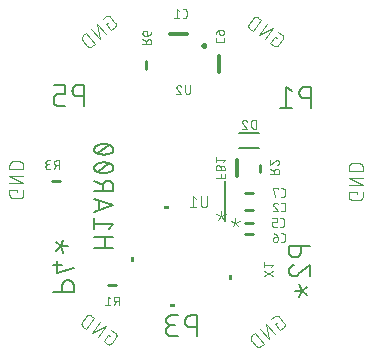
<source format=gbr>
G04 EAGLE Gerber RS-274X export*
G75*
%MOMM*%
%FSLAX34Y34*%
%LPD*%
%INSilkscreen Bottom*%
%IPPOS*%
%AMOC8*
5,1,8,0,0,1.08239X$1,22.5*%
G01*
%ADD10C,0.152400*%
%ADD11C,0.101600*%
%ADD12C,0.076200*%
%ADD13C,0.254000*%
%ADD14C,0.304800*%
%ADD15C,0.150000*%
%ADD16C,0.250000*%

G36*
X-12184Y127319D02*
X-12184Y127319D01*
X-12181Y127318D01*
X-12138Y127338D01*
X-12095Y127357D01*
X-12094Y127359D01*
X-12092Y127360D01*
X-12059Y127445D01*
X-12059Y129985D01*
X-12060Y129987D01*
X-12059Y129989D01*
X-12079Y130032D01*
X-12098Y130075D01*
X-12100Y130076D01*
X-12101Y130078D01*
X-12186Y130111D01*
X-15996Y130111D01*
X-15998Y130110D01*
X-16000Y130111D01*
X-16043Y130091D01*
X-16086Y130072D01*
X-16087Y130070D01*
X-16089Y130069D01*
X-16122Y129985D01*
X-16122Y127445D01*
X-16121Y127443D01*
X-16122Y127440D01*
X-16102Y127397D01*
X-16083Y127354D01*
X-16081Y127353D01*
X-16080Y127351D01*
X-15996Y127318D01*
X-12186Y127318D01*
X-12184Y127319D01*
G37*
G36*
X-41718Y82781D02*
X-41718Y82781D01*
X-41715Y82780D01*
X-41672Y82800D01*
X-41629Y82819D01*
X-41628Y82821D01*
X-41626Y82822D01*
X-41593Y82907D01*
X-41593Y86717D01*
X-41594Y86719D01*
X-41593Y86721D01*
X-41613Y86764D01*
X-41632Y86807D01*
X-41634Y86808D01*
X-41635Y86810D01*
X-41720Y86843D01*
X-44260Y86843D01*
X-44262Y86842D01*
X-44264Y86843D01*
X-44307Y86823D01*
X-44350Y86804D01*
X-44351Y86802D01*
X-44353Y86801D01*
X-44386Y86717D01*
X-44386Y82907D01*
X-44385Y82905D01*
X-44386Y82902D01*
X-44366Y82859D01*
X-44347Y82816D01*
X-44345Y82815D01*
X-44344Y82813D01*
X-44260Y82780D01*
X-41720Y82780D01*
X-41718Y82781D01*
G37*
G36*
X41087Y67778D02*
X41087Y67778D01*
X41089Y67777D01*
X41132Y67797D01*
X41175Y67816D01*
X41176Y67818D01*
X41178Y67819D01*
X41211Y67904D01*
X41211Y71714D01*
X41210Y71716D01*
X41211Y71718D01*
X41191Y71761D01*
X41172Y71804D01*
X41170Y71805D01*
X41169Y71807D01*
X41085Y71840D01*
X38545Y71840D01*
X38543Y71839D01*
X38540Y71840D01*
X38497Y71820D01*
X38454Y71801D01*
X38453Y71799D01*
X38451Y71798D01*
X38418Y71714D01*
X38418Y67904D01*
X38419Y67902D01*
X38418Y67899D01*
X38438Y67856D01*
X38457Y67813D01*
X38459Y67812D01*
X38460Y67810D01*
X38545Y67777D01*
X41085Y67777D01*
X41087Y67778D01*
G37*
G36*
X-7183Y44515D02*
X-7183Y44515D01*
X-7180Y44514D01*
X-7137Y44534D01*
X-7094Y44553D01*
X-7093Y44555D01*
X-7091Y44556D01*
X-7058Y44641D01*
X-7058Y47181D01*
X-7059Y47183D01*
X-7058Y47185D01*
X-7078Y47228D01*
X-7097Y47271D01*
X-7099Y47272D01*
X-7100Y47274D01*
X-7185Y47307D01*
X-10995Y47307D01*
X-10997Y47306D01*
X-10999Y47307D01*
X-11042Y47287D01*
X-11085Y47268D01*
X-11086Y47266D01*
X-11088Y47265D01*
X-11121Y47181D01*
X-11121Y44641D01*
X-11120Y44639D01*
X-11121Y44636D01*
X-11101Y44593D01*
X-11082Y44550D01*
X-11080Y44549D01*
X-11079Y44547D01*
X-10995Y44514D01*
X-7185Y44514D01*
X-7183Y44515D01*
G37*
D10*
X-75438Y94425D02*
X-59182Y94425D01*
X-66407Y94425D02*
X-66407Y103456D01*
X-59182Y103456D02*
X-75438Y103456D01*
X-62794Y110577D02*
X-59182Y115092D01*
X-75438Y115092D01*
X-75438Y110577D02*
X-75438Y119608D01*
X-75438Y125305D02*
X-59182Y130724D01*
X-75438Y136142D01*
X-71374Y134788D02*
X-71374Y126660D01*
X-75438Y142452D02*
X-59182Y142452D01*
X-59182Y146967D01*
X-59184Y147100D01*
X-59190Y147232D01*
X-59200Y147364D01*
X-59213Y147496D01*
X-59231Y147628D01*
X-59252Y147758D01*
X-59277Y147889D01*
X-59306Y148018D01*
X-59339Y148146D01*
X-59375Y148274D01*
X-59415Y148400D01*
X-59459Y148525D01*
X-59507Y148649D01*
X-59558Y148771D01*
X-59613Y148892D01*
X-59671Y149011D01*
X-59733Y149129D01*
X-59798Y149244D01*
X-59867Y149358D01*
X-59938Y149469D01*
X-60014Y149578D01*
X-60092Y149685D01*
X-60173Y149790D01*
X-60258Y149892D01*
X-60345Y149992D01*
X-60435Y150089D01*
X-60528Y150184D01*
X-60624Y150275D01*
X-60722Y150364D01*
X-60823Y150450D01*
X-60927Y150533D01*
X-61033Y150613D01*
X-61141Y150689D01*
X-61251Y150763D01*
X-61364Y150833D01*
X-61478Y150900D01*
X-61595Y150963D01*
X-61713Y151023D01*
X-61833Y151080D01*
X-61955Y151133D01*
X-62078Y151182D01*
X-62202Y151228D01*
X-62328Y151270D01*
X-62455Y151308D01*
X-62583Y151343D01*
X-62712Y151374D01*
X-62841Y151401D01*
X-62972Y151424D01*
X-63103Y151444D01*
X-63235Y151459D01*
X-63367Y151471D01*
X-63499Y151479D01*
X-63632Y151483D01*
X-63764Y151483D01*
X-63897Y151479D01*
X-64029Y151471D01*
X-64161Y151459D01*
X-64293Y151444D01*
X-64424Y151424D01*
X-64555Y151401D01*
X-64684Y151374D01*
X-64813Y151343D01*
X-64941Y151308D01*
X-65068Y151270D01*
X-65194Y151228D01*
X-65318Y151182D01*
X-65441Y151133D01*
X-65563Y151080D01*
X-65683Y151023D01*
X-65801Y150963D01*
X-65918Y150900D01*
X-66032Y150833D01*
X-66145Y150763D01*
X-66255Y150689D01*
X-66363Y150613D01*
X-66469Y150533D01*
X-66573Y150450D01*
X-66674Y150364D01*
X-66772Y150275D01*
X-66868Y150184D01*
X-66961Y150089D01*
X-67051Y149992D01*
X-67138Y149892D01*
X-67223Y149790D01*
X-67304Y149685D01*
X-67382Y149578D01*
X-67458Y149469D01*
X-67529Y149358D01*
X-67598Y149244D01*
X-67663Y149129D01*
X-67725Y149011D01*
X-67783Y148892D01*
X-67838Y148771D01*
X-67889Y148649D01*
X-67937Y148525D01*
X-67981Y148400D01*
X-68021Y148274D01*
X-68057Y148146D01*
X-68090Y148018D01*
X-68119Y147889D01*
X-68144Y147758D01*
X-68165Y147628D01*
X-68183Y147496D01*
X-68196Y147364D01*
X-68206Y147232D01*
X-68212Y147100D01*
X-68214Y146967D01*
X-68213Y146967D02*
X-68213Y142452D01*
X-68213Y147871D02*
X-75438Y151483D01*
X-67310Y157992D02*
X-66990Y157996D01*
X-66671Y158007D01*
X-66351Y158026D01*
X-66033Y158053D01*
X-65715Y158087D01*
X-65398Y158129D01*
X-65082Y158179D01*
X-64767Y158236D01*
X-64454Y158300D01*
X-64142Y158372D01*
X-63832Y158451D01*
X-63525Y158538D01*
X-63219Y158632D01*
X-62916Y158733D01*
X-62615Y158842D01*
X-62317Y158957D01*
X-62021Y159080D01*
X-61729Y159210D01*
X-61440Y159347D01*
X-61439Y159347D02*
X-61331Y159386D01*
X-61224Y159429D01*
X-61119Y159475D01*
X-61016Y159525D01*
X-60914Y159579D01*
X-60814Y159636D01*
X-60716Y159697D01*
X-60620Y159761D01*
X-60527Y159828D01*
X-60436Y159898D01*
X-60347Y159972D01*
X-60261Y160048D01*
X-60178Y160128D01*
X-60097Y160210D01*
X-60019Y160295D01*
X-59945Y160382D01*
X-59873Y160473D01*
X-59804Y160565D01*
X-59739Y160660D01*
X-59677Y160757D01*
X-59618Y160856D01*
X-59563Y160957D01*
X-59512Y161060D01*
X-59464Y161165D01*
X-59419Y161271D01*
X-59378Y161378D01*
X-59341Y161487D01*
X-59308Y161598D01*
X-59279Y161709D01*
X-59253Y161821D01*
X-59231Y161934D01*
X-59214Y162048D01*
X-59200Y162162D01*
X-59190Y162277D01*
X-59184Y162392D01*
X-59182Y162507D01*
X-59184Y162622D01*
X-59190Y162737D01*
X-59200Y162852D01*
X-59214Y162966D01*
X-59231Y163080D01*
X-59253Y163193D01*
X-59279Y163305D01*
X-59308Y163417D01*
X-59341Y163527D01*
X-59378Y163636D01*
X-59419Y163744D01*
X-59464Y163850D01*
X-59512Y163955D01*
X-59563Y164057D01*
X-59619Y164159D01*
X-59677Y164258D01*
X-59739Y164355D01*
X-59805Y164450D01*
X-59873Y164542D01*
X-59945Y164632D01*
X-60019Y164720D01*
X-60097Y164805D01*
X-60178Y164887D01*
X-60261Y164966D01*
X-60347Y165043D01*
X-60436Y165116D01*
X-60527Y165187D01*
X-60621Y165254D01*
X-60716Y165318D01*
X-60814Y165379D01*
X-60914Y165436D01*
X-61016Y165489D01*
X-61120Y165540D01*
X-61225Y165586D01*
X-61332Y165629D01*
X-61440Y165668D01*
X-61440Y165667D02*
X-61729Y165804D01*
X-62021Y165934D01*
X-62317Y166057D01*
X-62615Y166172D01*
X-62916Y166281D01*
X-63219Y166382D01*
X-63525Y166476D01*
X-63832Y166563D01*
X-64142Y166642D01*
X-64454Y166714D01*
X-64767Y166778D01*
X-65082Y166835D01*
X-65398Y166885D01*
X-65715Y166927D01*
X-66033Y166961D01*
X-66351Y166988D01*
X-66671Y167007D01*
X-66990Y167018D01*
X-67310Y167022D01*
X-67310Y157992D02*
X-67630Y157996D01*
X-67949Y158007D01*
X-68269Y158026D01*
X-68587Y158053D01*
X-68905Y158087D01*
X-69222Y158129D01*
X-69538Y158179D01*
X-69853Y158236D01*
X-70166Y158300D01*
X-70478Y158372D01*
X-70788Y158451D01*
X-71095Y158538D01*
X-71401Y158632D01*
X-71704Y158733D01*
X-72005Y158842D01*
X-72303Y158957D01*
X-72599Y159080D01*
X-72891Y159210D01*
X-73180Y159347D01*
X-73181Y159346D02*
X-73289Y159385D01*
X-73396Y159428D01*
X-73501Y159474D01*
X-73605Y159525D01*
X-73707Y159578D01*
X-73807Y159635D01*
X-73905Y159696D01*
X-74000Y159760D01*
X-74094Y159827D01*
X-74185Y159898D01*
X-74274Y159971D01*
X-74360Y160048D01*
X-74443Y160127D01*
X-74524Y160209D01*
X-74602Y160294D01*
X-74676Y160382D01*
X-74748Y160472D01*
X-74817Y160565D01*
X-74882Y160659D01*
X-74944Y160756D01*
X-75002Y160856D01*
X-75058Y160957D01*
X-75109Y161059D01*
X-75157Y161164D01*
X-75202Y161270D01*
X-75243Y161378D01*
X-75280Y161487D01*
X-75313Y161597D01*
X-75342Y161709D01*
X-75368Y161821D01*
X-75390Y161934D01*
X-75407Y162048D01*
X-75421Y162162D01*
X-75431Y162277D01*
X-75437Y162392D01*
X-75439Y162507D01*
X-73180Y165667D02*
X-72891Y165804D01*
X-72599Y165934D01*
X-72303Y166057D01*
X-72005Y166172D01*
X-71704Y166281D01*
X-71401Y166382D01*
X-71095Y166476D01*
X-70788Y166563D01*
X-70478Y166642D01*
X-70166Y166714D01*
X-69853Y166778D01*
X-69538Y166835D01*
X-69222Y166885D01*
X-68905Y166927D01*
X-68587Y166961D01*
X-68269Y166988D01*
X-67949Y167007D01*
X-67630Y167018D01*
X-67310Y167022D01*
X-73180Y165668D02*
X-73288Y165629D01*
X-73395Y165586D01*
X-73500Y165540D01*
X-73604Y165489D01*
X-73706Y165436D01*
X-73806Y165379D01*
X-73904Y165318D01*
X-73999Y165254D01*
X-74093Y165187D01*
X-74184Y165116D01*
X-74273Y165043D01*
X-74359Y164966D01*
X-74442Y164887D01*
X-74523Y164805D01*
X-74601Y164720D01*
X-74675Y164632D01*
X-74747Y164542D01*
X-74816Y164449D01*
X-74881Y164355D01*
X-74943Y164258D01*
X-75001Y164158D01*
X-75057Y164057D01*
X-75108Y163954D01*
X-75156Y163850D01*
X-75201Y163744D01*
X-75242Y163636D01*
X-75279Y163527D01*
X-75312Y163417D01*
X-75341Y163305D01*
X-75367Y163193D01*
X-75389Y163080D01*
X-75406Y162966D01*
X-75420Y162852D01*
X-75430Y162737D01*
X-75436Y162622D01*
X-75438Y162507D01*
X-71826Y158895D02*
X-62794Y166120D01*
X-67310Y173623D02*
X-66990Y173627D01*
X-66671Y173638D01*
X-66351Y173657D01*
X-66033Y173684D01*
X-65715Y173718D01*
X-65398Y173760D01*
X-65082Y173810D01*
X-64767Y173867D01*
X-64454Y173931D01*
X-64142Y174003D01*
X-63832Y174082D01*
X-63525Y174169D01*
X-63219Y174263D01*
X-62916Y174364D01*
X-62615Y174473D01*
X-62317Y174588D01*
X-62021Y174711D01*
X-61729Y174841D01*
X-61440Y174978D01*
X-61439Y174978D02*
X-61331Y175017D01*
X-61224Y175060D01*
X-61119Y175106D01*
X-61016Y175156D01*
X-60914Y175210D01*
X-60814Y175267D01*
X-60716Y175328D01*
X-60620Y175392D01*
X-60527Y175459D01*
X-60436Y175529D01*
X-60347Y175603D01*
X-60261Y175679D01*
X-60178Y175759D01*
X-60097Y175841D01*
X-60019Y175926D01*
X-59945Y176013D01*
X-59873Y176104D01*
X-59804Y176196D01*
X-59739Y176291D01*
X-59677Y176388D01*
X-59618Y176487D01*
X-59563Y176588D01*
X-59512Y176691D01*
X-59464Y176796D01*
X-59419Y176902D01*
X-59378Y177009D01*
X-59341Y177118D01*
X-59308Y177229D01*
X-59279Y177340D01*
X-59253Y177452D01*
X-59231Y177565D01*
X-59214Y177679D01*
X-59200Y177793D01*
X-59190Y177908D01*
X-59184Y178023D01*
X-59182Y178138D01*
X-59184Y178253D01*
X-59190Y178368D01*
X-59200Y178483D01*
X-59214Y178597D01*
X-59231Y178711D01*
X-59253Y178824D01*
X-59279Y178936D01*
X-59308Y179048D01*
X-59341Y179158D01*
X-59378Y179267D01*
X-59419Y179375D01*
X-59464Y179481D01*
X-59512Y179586D01*
X-59563Y179688D01*
X-59619Y179790D01*
X-59677Y179889D01*
X-59739Y179986D01*
X-59805Y180081D01*
X-59873Y180173D01*
X-59945Y180263D01*
X-60019Y180351D01*
X-60097Y180436D01*
X-60178Y180518D01*
X-60261Y180597D01*
X-60347Y180674D01*
X-60436Y180747D01*
X-60527Y180818D01*
X-60621Y180885D01*
X-60716Y180949D01*
X-60814Y181010D01*
X-60914Y181067D01*
X-61016Y181120D01*
X-61120Y181171D01*
X-61225Y181217D01*
X-61332Y181260D01*
X-61440Y181299D01*
X-61729Y181436D01*
X-62021Y181566D01*
X-62317Y181689D01*
X-62615Y181804D01*
X-62916Y181913D01*
X-63219Y182014D01*
X-63525Y182108D01*
X-63832Y182195D01*
X-64142Y182274D01*
X-64454Y182346D01*
X-64767Y182410D01*
X-65082Y182467D01*
X-65398Y182517D01*
X-65715Y182559D01*
X-66033Y182593D01*
X-66351Y182620D01*
X-66671Y182639D01*
X-66990Y182650D01*
X-67310Y182654D01*
X-67310Y173623D02*
X-67630Y173627D01*
X-67949Y173638D01*
X-68269Y173657D01*
X-68587Y173684D01*
X-68905Y173718D01*
X-69222Y173760D01*
X-69538Y173810D01*
X-69853Y173867D01*
X-70166Y173931D01*
X-70478Y174003D01*
X-70788Y174082D01*
X-71095Y174169D01*
X-71401Y174263D01*
X-71704Y174364D01*
X-72005Y174473D01*
X-72303Y174588D01*
X-72599Y174711D01*
X-72891Y174841D01*
X-73180Y174978D01*
X-73181Y174977D02*
X-73289Y175016D01*
X-73396Y175059D01*
X-73501Y175105D01*
X-73605Y175156D01*
X-73707Y175209D01*
X-73807Y175266D01*
X-73905Y175327D01*
X-74000Y175391D01*
X-74094Y175458D01*
X-74185Y175529D01*
X-74274Y175602D01*
X-74360Y175679D01*
X-74443Y175758D01*
X-74524Y175840D01*
X-74602Y175925D01*
X-74676Y176013D01*
X-74748Y176103D01*
X-74817Y176196D01*
X-74882Y176290D01*
X-74944Y176387D01*
X-75002Y176487D01*
X-75058Y176588D01*
X-75109Y176690D01*
X-75157Y176795D01*
X-75202Y176901D01*
X-75243Y177009D01*
X-75280Y177118D01*
X-75313Y177228D01*
X-75342Y177340D01*
X-75368Y177452D01*
X-75390Y177565D01*
X-75407Y177679D01*
X-75421Y177793D01*
X-75431Y177908D01*
X-75437Y178023D01*
X-75439Y178138D01*
X-73180Y181298D02*
X-72891Y181435D01*
X-72599Y181565D01*
X-72303Y181688D01*
X-72005Y181803D01*
X-71704Y181912D01*
X-71401Y182013D01*
X-71095Y182107D01*
X-70788Y182194D01*
X-70478Y182273D01*
X-70166Y182345D01*
X-69853Y182409D01*
X-69538Y182466D01*
X-69222Y182516D01*
X-68905Y182558D01*
X-68587Y182592D01*
X-68269Y182619D01*
X-67949Y182638D01*
X-67630Y182649D01*
X-67310Y182653D01*
X-73180Y181299D02*
X-73288Y181260D01*
X-73395Y181217D01*
X-73500Y181171D01*
X-73604Y181120D01*
X-73706Y181067D01*
X-73806Y181010D01*
X-73904Y180949D01*
X-73999Y180885D01*
X-74093Y180818D01*
X-74184Y180747D01*
X-74273Y180674D01*
X-74359Y180597D01*
X-74442Y180518D01*
X-74523Y180436D01*
X-74601Y180351D01*
X-74675Y180263D01*
X-74747Y180173D01*
X-74816Y180080D01*
X-74881Y179986D01*
X-74943Y179889D01*
X-75001Y179789D01*
X-75057Y179688D01*
X-75108Y179585D01*
X-75156Y179481D01*
X-75201Y179375D01*
X-75242Y179267D01*
X-75279Y179158D01*
X-75312Y179048D01*
X-75341Y178936D01*
X-75367Y178824D01*
X-75389Y178711D01*
X-75406Y178597D01*
X-75420Y178483D01*
X-75430Y178368D01*
X-75436Y178253D01*
X-75438Y178138D01*
X-71826Y174526D02*
X-62794Y181751D01*
D11*
X-63737Y20800D02*
X-62142Y19683D01*
X-63737Y20800D02*
X-67460Y15483D01*
X-64270Y13249D01*
X-64269Y13249D02*
X-64186Y13194D01*
X-64102Y13142D01*
X-64015Y13093D01*
X-63927Y13047D01*
X-63837Y13005D01*
X-63745Y12966D01*
X-63652Y12931D01*
X-63558Y12899D01*
X-63463Y12871D01*
X-63366Y12847D01*
X-63269Y12826D01*
X-63171Y12810D01*
X-63072Y12797D01*
X-62973Y12787D01*
X-62874Y12782D01*
X-62774Y12780D01*
X-62675Y12782D01*
X-62576Y12788D01*
X-62477Y12798D01*
X-62378Y12811D01*
X-62280Y12829D01*
X-62183Y12850D01*
X-62087Y12874D01*
X-61991Y12903D01*
X-61897Y12935D01*
X-61804Y12970D01*
X-61713Y13009D01*
X-61623Y13052D01*
X-61535Y13098D01*
X-61449Y13147D01*
X-61364Y13200D01*
X-61282Y13256D01*
X-61202Y13315D01*
X-61124Y13377D01*
X-61049Y13442D01*
X-60976Y13509D01*
X-60906Y13580D01*
X-60838Y13653D01*
X-60774Y13729D01*
X-60712Y13807D01*
X-60653Y13887D01*
X-56930Y19204D01*
X-56875Y19287D01*
X-56823Y19371D01*
X-56774Y19458D01*
X-56728Y19546D01*
X-56686Y19636D01*
X-56647Y19728D01*
X-56612Y19821D01*
X-56580Y19915D01*
X-56552Y20010D01*
X-56528Y20107D01*
X-56507Y20204D01*
X-56491Y20302D01*
X-56478Y20401D01*
X-56468Y20500D01*
X-56463Y20599D01*
X-56461Y20699D01*
X-56463Y20798D01*
X-56469Y20897D01*
X-56479Y20996D01*
X-56492Y21095D01*
X-56510Y21193D01*
X-56531Y21290D01*
X-56555Y21386D01*
X-56584Y21482D01*
X-56616Y21576D01*
X-56651Y21669D01*
X-56690Y21760D01*
X-56733Y21850D01*
X-56779Y21938D01*
X-56828Y22024D01*
X-56881Y22109D01*
X-56937Y22191D01*
X-56996Y22271D01*
X-57058Y22349D01*
X-57123Y22424D01*
X-57190Y22497D01*
X-57261Y22567D01*
X-57334Y22635D01*
X-57410Y22699D01*
X-57488Y22761D01*
X-57568Y22820D01*
X-60758Y25054D01*
X-65428Y28324D02*
X-72130Y18753D01*
X-77447Y22476D02*
X-65428Y28324D01*
X-70745Y32047D02*
X-77447Y22476D01*
X-82117Y25746D02*
X-75415Y35317D01*
X-78074Y37178D01*
X-78074Y37179D02*
X-78168Y37242D01*
X-78264Y37302D01*
X-78362Y37359D01*
X-78462Y37412D01*
X-78564Y37462D01*
X-78668Y37508D01*
X-78773Y37550D01*
X-78879Y37589D01*
X-78987Y37624D01*
X-79096Y37655D01*
X-79206Y37683D01*
X-79317Y37706D01*
X-79428Y37726D01*
X-79540Y37742D01*
X-79653Y37754D01*
X-79766Y37762D01*
X-79879Y37766D01*
X-79993Y37766D01*
X-80106Y37762D01*
X-80219Y37754D01*
X-80332Y37742D01*
X-80444Y37726D01*
X-80555Y37706D01*
X-80666Y37683D01*
X-80776Y37655D01*
X-80885Y37624D01*
X-80993Y37589D01*
X-81099Y37550D01*
X-81204Y37508D01*
X-81308Y37462D01*
X-81410Y37412D01*
X-81510Y37359D01*
X-81608Y37302D01*
X-81704Y37242D01*
X-81798Y37179D01*
X-81889Y37112D01*
X-81979Y37043D01*
X-82066Y36970D01*
X-82150Y36894D01*
X-82231Y36815D01*
X-82310Y36734D01*
X-82386Y36650D01*
X-82459Y36563D01*
X-82528Y36474D01*
X-82595Y36382D01*
X-82594Y36381D02*
X-85573Y32128D01*
X-85636Y32034D01*
X-85696Y31938D01*
X-85753Y31840D01*
X-85806Y31740D01*
X-85856Y31638D01*
X-85902Y31534D01*
X-85944Y31429D01*
X-85983Y31323D01*
X-86018Y31215D01*
X-86049Y31106D01*
X-86077Y30996D01*
X-86100Y30885D01*
X-86120Y30774D01*
X-86136Y30662D01*
X-86148Y30549D01*
X-86156Y30436D01*
X-86160Y30323D01*
X-86160Y30209D01*
X-86156Y30096D01*
X-86148Y29983D01*
X-86136Y29870D01*
X-86120Y29758D01*
X-86100Y29647D01*
X-86077Y29536D01*
X-86049Y29426D01*
X-86018Y29317D01*
X-85983Y29209D01*
X-85944Y29103D01*
X-85902Y28998D01*
X-85856Y28894D01*
X-85806Y28792D01*
X-85753Y28692D01*
X-85696Y28594D01*
X-85636Y28498D01*
X-85573Y28404D01*
X-85506Y28312D01*
X-85437Y28223D01*
X-85364Y28136D01*
X-85288Y28052D01*
X-85209Y27971D01*
X-85128Y27892D01*
X-85044Y27816D01*
X-84957Y27743D01*
X-84867Y27674D01*
X-84776Y27607D01*
X-82117Y25746D01*
X77874Y30060D02*
X79365Y31312D01*
X77874Y30060D02*
X82046Y25088D01*
X85030Y27591D01*
X85105Y27657D01*
X85177Y27725D01*
X85247Y27796D01*
X85314Y27869D01*
X85378Y27945D01*
X85439Y28024D01*
X85497Y28105D01*
X85552Y28188D01*
X85604Y28272D01*
X85652Y28359D01*
X85697Y28448D01*
X85739Y28538D01*
X85777Y28630D01*
X85812Y28723D01*
X85843Y28818D01*
X85870Y28913D01*
X85894Y29010D01*
X85914Y29107D01*
X85930Y29206D01*
X85942Y29304D01*
X85951Y29403D01*
X85956Y29503D01*
X85957Y29602D01*
X85954Y29702D01*
X85948Y29801D01*
X85937Y29900D01*
X85923Y29998D01*
X85905Y30096D01*
X85884Y30193D01*
X85858Y30289D01*
X85829Y30384D01*
X85797Y30478D01*
X85760Y30571D01*
X85721Y30662D01*
X85678Y30752D01*
X85631Y30840D01*
X85581Y30926D01*
X85528Y31010D01*
X85472Y31092D01*
X85412Y31171D01*
X85350Y31249D01*
X81177Y36222D01*
X81112Y36297D01*
X81044Y36370D01*
X80973Y36439D01*
X80899Y36506D01*
X80823Y36571D01*
X80745Y36632D01*
X80664Y36690D01*
X80581Y36745D01*
X80496Y36797D01*
X80409Y36845D01*
X80320Y36890D01*
X80230Y36932D01*
X80138Y36970D01*
X80045Y37005D01*
X79950Y37036D01*
X79855Y37063D01*
X79758Y37087D01*
X79661Y37107D01*
X79563Y37123D01*
X79464Y37135D01*
X79365Y37144D01*
X79265Y37149D01*
X79166Y37150D01*
X79066Y37147D01*
X78967Y37141D01*
X78868Y37130D01*
X78770Y37116D01*
X78672Y37098D01*
X78575Y37077D01*
X78479Y37051D01*
X78383Y37022D01*
X78289Y36990D01*
X78197Y36953D01*
X78106Y36914D01*
X78016Y36870D01*
X77928Y36824D01*
X77842Y36774D01*
X77758Y36721D01*
X77676Y36664D01*
X77596Y36605D01*
X77519Y36542D01*
X74536Y34038D01*
X70169Y30374D02*
X77679Y21423D01*
X72707Y17251D02*
X70169Y30374D01*
X65196Y26201D02*
X72707Y17251D01*
X68339Y13587D02*
X60829Y22537D01*
X58343Y20451D01*
X58343Y20452D02*
X58257Y20377D01*
X58174Y20300D01*
X58094Y20220D01*
X58017Y20137D01*
X57942Y20052D01*
X57871Y19963D01*
X57803Y19873D01*
X57738Y19780D01*
X57676Y19685D01*
X57618Y19588D01*
X57563Y19489D01*
X57512Y19388D01*
X57464Y19285D01*
X57419Y19181D01*
X57379Y19075D01*
X57342Y18968D01*
X57309Y18860D01*
X57279Y18750D01*
X57254Y18640D01*
X57232Y18529D01*
X57215Y18417D01*
X57201Y18304D01*
X57191Y18191D01*
X57185Y18078D01*
X57183Y17965D01*
X57185Y17852D01*
X57191Y17739D01*
X57201Y17626D01*
X57215Y17513D01*
X57232Y17401D01*
X57254Y17290D01*
X57279Y17180D01*
X57309Y17070D01*
X57342Y16962D01*
X57379Y16855D01*
X57419Y16749D01*
X57464Y16645D01*
X57512Y16542D01*
X57563Y16441D01*
X57618Y16342D01*
X57676Y16245D01*
X57738Y16150D01*
X57803Y16057D01*
X57871Y15967D01*
X57942Y15879D01*
X57943Y15878D02*
X61281Y11900D01*
X61280Y11900D02*
X61355Y11814D01*
X61432Y11731D01*
X61512Y11651D01*
X61595Y11574D01*
X61681Y11499D01*
X61769Y11428D01*
X61859Y11360D01*
X61952Y11295D01*
X62047Y11233D01*
X62144Y11175D01*
X62243Y11120D01*
X62344Y11069D01*
X62447Y11021D01*
X62551Y10976D01*
X62657Y10936D01*
X62764Y10899D01*
X62872Y10866D01*
X62982Y10836D01*
X63092Y10811D01*
X63203Y10789D01*
X63315Y10772D01*
X63428Y10758D01*
X63541Y10748D01*
X63654Y10742D01*
X63767Y10740D01*
X63880Y10742D01*
X63993Y10748D01*
X64106Y10758D01*
X64219Y10772D01*
X64331Y10789D01*
X64442Y10811D01*
X64552Y10836D01*
X64662Y10866D01*
X64770Y10899D01*
X64877Y10936D01*
X64983Y10976D01*
X65087Y11021D01*
X65190Y11069D01*
X65291Y11120D01*
X65390Y11175D01*
X65487Y11233D01*
X65582Y11295D01*
X65675Y11360D01*
X65765Y11428D01*
X65854Y11499D01*
X65853Y11500D02*
X68339Y13587D01*
X79146Y272096D02*
X77551Y273213D01*
X73828Y267896D01*
X77018Y265662D01*
X77101Y265607D01*
X77185Y265555D01*
X77272Y265506D01*
X77360Y265460D01*
X77450Y265418D01*
X77542Y265379D01*
X77635Y265344D01*
X77729Y265312D01*
X77824Y265284D01*
X77921Y265260D01*
X78018Y265239D01*
X78116Y265223D01*
X78215Y265209D01*
X78314Y265200D01*
X78413Y265195D01*
X78513Y265193D01*
X78612Y265195D01*
X78711Y265201D01*
X78810Y265211D01*
X78909Y265224D01*
X79007Y265242D01*
X79104Y265263D01*
X79200Y265287D01*
X79296Y265316D01*
X79390Y265348D01*
X79483Y265383D01*
X79574Y265422D01*
X79664Y265465D01*
X79752Y265511D01*
X79838Y265560D01*
X79923Y265613D01*
X80005Y265669D01*
X80085Y265728D01*
X80163Y265790D01*
X80238Y265855D01*
X80311Y265922D01*
X80381Y265993D01*
X80449Y266066D01*
X80513Y266142D01*
X80575Y266220D01*
X80634Y266300D01*
X80634Y266299D02*
X84357Y271616D01*
X84357Y271617D02*
X84412Y271700D01*
X84464Y271784D01*
X84513Y271871D01*
X84559Y271959D01*
X84601Y272049D01*
X84640Y272141D01*
X84675Y272234D01*
X84707Y272328D01*
X84735Y272423D01*
X84759Y272520D01*
X84780Y272617D01*
X84796Y272715D01*
X84810Y272814D01*
X84819Y272913D01*
X84824Y273012D01*
X84826Y273112D01*
X84824Y273211D01*
X84818Y273310D01*
X84808Y273409D01*
X84795Y273508D01*
X84777Y273606D01*
X84756Y273703D01*
X84732Y273799D01*
X84703Y273895D01*
X84671Y273989D01*
X84636Y274082D01*
X84597Y274173D01*
X84554Y274263D01*
X84508Y274351D01*
X84459Y274437D01*
X84406Y274522D01*
X84350Y274604D01*
X84291Y274684D01*
X84229Y274762D01*
X84164Y274837D01*
X84097Y274910D01*
X84026Y274980D01*
X83953Y275048D01*
X83877Y275112D01*
X83799Y275174D01*
X83719Y275233D01*
X83720Y275233D02*
X80529Y277467D01*
X75860Y280736D02*
X69158Y271165D01*
X63841Y274889D02*
X75860Y280736D01*
X70542Y284460D02*
X63841Y274889D01*
X59171Y278158D02*
X65872Y287729D01*
X63214Y289591D01*
X63120Y289654D01*
X63024Y289714D01*
X62926Y289771D01*
X62826Y289824D01*
X62724Y289874D01*
X62620Y289920D01*
X62515Y289962D01*
X62409Y290001D01*
X62301Y290036D01*
X62192Y290067D01*
X62082Y290095D01*
X61971Y290118D01*
X61860Y290138D01*
X61748Y290154D01*
X61635Y290166D01*
X61522Y290174D01*
X61409Y290178D01*
X61295Y290178D01*
X61182Y290174D01*
X61069Y290166D01*
X60956Y290154D01*
X60844Y290138D01*
X60733Y290118D01*
X60622Y290095D01*
X60512Y290067D01*
X60403Y290036D01*
X60295Y290001D01*
X60189Y289962D01*
X60084Y289920D01*
X59980Y289874D01*
X59878Y289824D01*
X59778Y289771D01*
X59680Y289714D01*
X59584Y289654D01*
X59490Y289591D01*
X59399Y289524D01*
X59309Y289455D01*
X59222Y289382D01*
X59138Y289306D01*
X59057Y289227D01*
X58978Y289146D01*
X58902Y289062D01*
X58829Y288975D01*
X58760Y288886D01*
X58693Y288794D01*
X58694Y288794D02*
X55715Y284540D01*
X55715Y284541D02*
X55652Y284447D01*
X55592Y284351D01*
X55535Y284253D01*
X55482Y284153D01*
X55432Y284051D01*
X55386Y283947D01*
X55344Y283842D01*
X55305Y283736D01*
X55270Y283628D01*
X55239Y283519D01*
X55211Y283409D01*
X55188Y283298D01*
X55168Y283187D01*
X55152Y283075D01*
X55140Y282962D01*
X55132Y282849D01*
X55128Y282736D01*
X55128Y282622D01*
X55132Y282509D01*
X55140Y282396D01*
X55152Y282283D01*
X55168Y282171D01*
X55188Y282060D01*
X55211Y281949D01*
X55239Y281839D01*
X55270Y281730D01*
X55305Y281622D01*
X55344Y281516D01*
X55386Y281411D01*
X55432Y281307D01*
X55482Y281205D01*
X55535Y281105D01*
X55592Y281007D01*
X55652Y280911D01*
X55715Y280817D01*
X55782Y280725D01*
X55851Y280636D01*
X55924Y280549D01*
X56000Y280465D01*
X56079Y280384D01*
X56160Y280305D01*
X56244Y280229D01*
X56331Y280156D01*
X56421Y280087D01*
X56512Y280020D01*
X59171Y278158D01*
X-140638Y143454D02*
X-140638Y141506D01*
X-140638Y143454D02*
X-147130Y143454D01*
X-147130Y139559D01*
X-147129Y139559D02*
X-147127Y139460D01*
X-147121Y139360D01*
X-147112Y139261D01*
X-147099Y139163D01*
X-147082Y139065D01*
X-147061Y138967D01*
X-147036Y138871D01*
X-147008Y138776D01*
X-146976Y138682D01*
X-146941Y138589D01*
X-146902Y138497D01*
X-146859Y138407D01*
X-146814Y138319D01*
X-146764Y138232D01*
X-146712Y138148D01*
X-146656Y138065D01*
X-146598Y137985D01*
X-146536Y137907D01*
X-146471Y137832D01*
X-146403Y137759D01*
X-146333Y137689D01*
X-146260Y137621D01*
X-146185Y137556D01*
X-146107Y137494D01*
X-146027Y137436D01*
X-145944Y137380D01*
X-145860Y137328D01*
X-145773Y137278D01*
X-145685Y137233D01*
X-145595Y137190D01*
X-145503Y137151D01*
X-145410Y137116D01*
X-145316Y137084D01*
X-145221Y137056D01*
X-145125Y137031D01*
X-145027Y137010D01*
X-144929Y136993D01*
X-144831Y136980D01*
X-144732Y136971D01*
X-144632Y136965D01*
X-144533Y136963D01*
X-138042Y136963D01*
X-138042Y136962D02*
X-137943Y136964D01*
X-137843Y136970D01*
X-137744Y136979D01*
X-137646Y136992D01*
X-137548Y137010D01*
X-137450Y137030D01*
X-137354Y137055D01*
X-137258Y137083D01*
X-137164Y137115D01*
X-137071Y137150D01*
X-136980Y137189D01*
X-136890Y137232D01*
X-136801Y137277D01*
X-136715Y137327D01*
X-136630Y137379D01*
X-136548Y137435D01*
X-136468Y137494D01*
X-136390Y137555D01*
X-136314Y137620D01*
X-136241Y137688D01*
X-136171Y137758D01*
X-136103Y137831D01*
X-136038Y137907D01*
X-135977Y137985D01*
X-135918Y138065D01*
X-135862Y138147D01*
X-135810Y138232D01*
X-135761Y138318D01*
X-135715Y138407D01*
X-135672Y138497D01*
X-135633Y138588D01*
X-135598Y138681D01*
X-135566Y138775D01*
X-135538Y138871D01*
X-135513Y138967D01*
X-135493Y139065D01*
X-135475Y139163D01*
X-135462Y139261D01*
X-135453Y139360D01*
X-135447Y139459D01*
X-135445Y139559D01*
X-135446Y139559D02*
X-135446Y143454D01*
X-135446Y149154D02*
X-147130Y149154D01*
X-147130Y155646D02*
X-135446Y149154D01*
X-135446Y155646D02*
X-147130Y155646D01*
X-147130Y161346D02*
X-135446Y161346D01*
X-135446Y164592D01*
X-135445Y164592D02*
X-135447Y164705D01*
X-135453Y164818D01*
X-135463Y164931D01*
X-135477Y165044D01*
X-135494Y165156D01*
X-135516Y165267D01*
X-135541Y165377D01*
X-135571Y165487D01*
X-135604Y165595D01*
X-135641Y165702D01*
X-135681Y165808D01*
X-135726Y165912D01*
X-135774Y166015D01*
X-135825Y166116D01*
X-135880Y166215D01*
X-135938Y166312D01*
X-136000Y166407D01*
X-136065Y166500D01*
X-136133Y166590D01*
X-136204Y166678D01*
X-136279Y166764D01*
X-136356Y166847D01*
X-136436Y166927D01*
X-136519Y167004D01*
X-136605Y167079D01*
X-136693Y167150D01*
X-136783Y167218D01*
X-136876Y167283D01*
X-136971Y167345D01*
X-137068Y167403D01*
X-137167Y167458D01*
X-137268Y167509D01*
X-137371Y167557D01*
X-137475Y167602D01*
X-137581Y167642D01*
X-137688Y167679D01*
X-137796Y167712D01*
X-137906Y167742D01*
X-138016Y167767D01*
X-138127Y167789D01*
X-138239Y167806D01*
X-138352Y167820D01*
X-138465Y167830D01*
X-138578Y167836D01*
X-138691Y167838D01*
X-143884Y167838D01*
X-143997Y167836D01*
X-144110Y167830D01*
X-144223Y167820D01*
X-144336Y167806D01*
X-144448Y167789D01*
X-144559Y167767D01*
X-144669Y167742D01*
X-144779Y167712D01*
X-144887Y167679D01*
X-144994Y167642D01*
X-145100Y167602D01*
X-145204Y167557D01*
X-145307Y167509D01*
X-145408Y167458D01*
X-145507Y167403D01*
X-145604Y167345D01*
X-145699Y167283D01*
X-145792Y167218D01*
X-145882Y167150D01*
X-145970Y167079D01*
X-146056Y167004D01*
X-146139Y166927D01*
X-146219Y166847D01*
X-146296Y166764D01*
X-146371Y166678D01*
X-146442Y166590D01*
X-146510Y166500D01*
X-146575Y166407D01*
X-146637Y166312D01*
X-146695Y166215D01*
X-146750Y166116D01*
X-146801Y166015D01*
X-146849Y165912D01*
X-146894Y165808D01*
X-146934Y165702D01*
X-146971Y165595D01*
X-147004Y165487D01*
X-147034Y165377D01*
X-147059Y165267D01*
X-147081Y165156D01*
X-147098Y165044D01*
X-147112Y164931D01*
X-147122Y164818D01*
X-147128Y164705D01*
X-147130Y164592D01*
X-147130Y161346D01*
X146699Y141866D02*
X146699Y139919D01*
X146699Y141866D02*
X140208Y141866D01*
X140208Y137971D01*
X140210Y137872D01*
X140216Y137772D01*
X140225Y137673D01*
X140238Y137575D01*
X140255Y137477D01*
X140276Y137379D01*
X140301Y137283D01*
X140329Y137188D01*
X140361Y137094D01*
X140396Y137001D01*
X140435Y136909D01*
X140478Y136819D01*
X140523Y136731D01*
X140573Y136644D01*
X140625Y136560D01*
X140681Y136477D01*
X140739Y136397D01*
X140801Y136319D01*
X140866Y136244D01*
X140934Y136171D01*
X141004Y136101D01*
X141077Y136033D01*
X141152Y135968D01*
X141230Y135906D01*
X141310Y135848D01*
X141393Y135792D01*
X141477Y135740D01*
X141564Y135690D01*
X141652Y135645D01*
X141742Y135602D01*
X141834Y135563D01*
X141927Y135528D01*
X142021Y135496D01*
X142116Y135468D01*
X142212Y135443D01*
X142310Y135422D01*
X142408Y135405D01*
X142506Y135392D01*
X142605Y135383D01*
X142705Y135377D01*
X142804Y135375D01*
X149296Y135375D01*
X149395Y135377D01*
X149495Y135383D01*
X149594Y135392D01*
X149692Y135405D01*
X149790Y135422D01*
X149888Y135443D01*
X149984Y135468D01*
X150079Y135496D01*
X150173Y135528D01*
X150266Y135563D01*
X150358Y135602D01*
X150448Y135645D01*
X150536Y135690D01*
X150623Y135740D01*
X150707Y135792D01*
X150790Y135848D01*
X150870Y135906D01*
X150948Y135968D01*
X151023Y136033D01*
X151096Y136101D01*
X151166Y136171D01*
X151234Y136244D01*
X151299Y136319D01*
X151361Y136397D01*
X151419Y136477D01*
X151475Y136560D01*
X151527Y136644D01*
X151577Y136731D01*
X151622Y136819D01*
X151665Y136909D01*
X151704Y137001D01*
X151739Y137093D01*
X151771Y137188D01*
X151799Y137283D01*
X151824Y137379D01*
X151845Y137477D01*
X151862Y137575D01*
X151875Y137673D01*
X151884Y137772D01*
X151890Y137872D01*
X151892Y137971D01*
X151892Y141866D01*
X151892Y147567D02*
X140208Y147567D01*
X140208Y154058D02*
X151892Y147567D01*
X151892Y154058D02*
X140208Y154058D01*
X140208Y159759D02*
X151892Y159759D01*
X151892Y163004D01*
X151890Y163117D01*
X151884Y163230D01*
X151874Y163343D01*
X151860Y163456D01*
X151843Y163568D01*
X151821Y163679D01*
X151796Y163789D01*
X151766Y163899D01*
X151733Y164007D01*
X151696Y164114D01*
X151656Y164220D01*
X151611Y164324D01*
X151563Y164427D01*
X151512Y164528D01*
X151457Y164627D01*
X151399Y164724D01*
X151337Y164819D01*
X151272Y164912D01*
X151204Y165002D01*
X151133Y165090D01*
X151058Y165176D01*
X150981Y165259D01*
X150901Y165339D01*
X150818Y165416D01*
X150732Y165491D01*
X150644Y165562D01*
X150554Y165630D01*
X150461Y165695D01*
X150366Y165757D01*
X150269Y165815D01*
X150170Y165870D01*
X150069Y165921D01*
X149966Y165969D01*
X149862Y166014D01*
X149756Y166054D01*
X149649Y166091D01*
X149541Y166124D01*
X149431Y166154D01*
X149321Y166179D01*
X149210Y166201D01*
X149098Y166218D01*
X148985Y166232D01*
X148872Y166242D01*
X148759Y166248D01*
X148646Y166250D01*
X143454Y166250D01*
X143341Y166248D01*
X143228Y166242D01*
X143115Y166232D01*
X143002Y166218D01*
X142890Y166201D01*
X142779Y166179D01*
X142669Y166154D01*
X142559Y166124D01*
X142451Y166091D01*
X142344Y166054D01*
X142238Y166014D01*
X142134Y165969D01*
X142031Y165921D01*
X141930Y165870D01*
X141831Y165815D01*
X141734Y165757D01*
X141639Y165695D01*
X141546Y165630D01*
X141456Y165562D01*
X141368Y165491D01*
X141282Y165416D01*
X141199Y165339D01*
X141119Y165259D01*
X141042Y165176D01*
X140967Y165090D01*
X140896Y165002D01*
X140828Y164912D01*
X140763Y164819D01*
X140701Y164724D01*
X140643Y164627D01*
X140588Y164528D01*
X140537Y164427D01*
X140489Y164324D01*
X140444Y164220D01*
X140404Y164114D01*
X140367Y164007D01*
X140334Y163899D01*
X140304Y163789D01*
X140279Y163679D01*
X140257Y163568D01*
X140240Y163456D01*
X140226Y163343D01*
X140216Y163230D01*
X140210Y163117D01*
X140208Y163004D01*
X140208Y159759D01*
D10*
X107315Y96450D02*
X89535Y96450D01*
X89535Y91511D01*
X89537Y91371D01*
X89543Y91232D01*
X89553Y91092D01*
X89567Y90953D01*
X89584Y90814D01*
X89606Y90676D01*
X89632Y90539D01*
X89661Y90402D01*
X89694Y90266D01*
X89731Y90132D01*
X89772Y89998D01*
X89817Y89866D01*
X89866Y89734D01*
X89918Y89605D01*
X89973Y89477D01*
X90033Y89350D01*
X90096Y89225D01*
X90162Y89102D01*
X90232Y88981D01*
X90305Y88862D01*
X90382Y88745D01*
X90462Y88631D01*
X90545Y88518D01*
X90631Y88408D01*
X90721Y88301D01*
X90813Y88196D01*
X90908Y88094D01*
X91006Y87994D01*
X91107Y87897D01*
X91211Y87803D01*
X91317Y87713D01*
X91426Y87625D01*
X91537Y87540D01*
X91651Y87459D01*
X91766Y87380D01*
X91884Y87305D01*
X92005Y87234D01*
X92127Y87166D01*
X92250Y87101D01*
X92376Y87040D01*
X92504Y86982D01*
X92632Y86928D01*
X92763Y86878D01*
X92895Y86831D01*
X93028Y86788D01*
X93162Y86749D01*
X93297Y86714D01*
X93433Y86683D01*
X93571Y86655D01*
X93708Y86632D01*
X93847Y86612D01*
X93986Y86596D01*
X94125Y86584D01*
X94264Y86576D01*
X94404Y86572D01*
X94544Y86572D01*
X94684Y86576D01*
X94823Y86584D01*
X94962Y86596D01*
X95101Y86612D01*
X95240Y86632D01*
X95377Y86655D01*
X95515Y86683D01*
X95651Y86714D01*
X95786Y86749D01*
X95920Y86788D01*
X96053Y86831D01*
X96185Y86878D01*
X96316Y86928D01*
X96444Y86982D01*
X96572Y87040D01*
X96698Y87101D01*
X96821Y87166D01*
X96944Y87234D01*
X97064Y87305D01*
X97182Y87380D01*
X97297Y87459D01*
X97411Y87540D01*
X97522Y87625D01*
X97631Y87713D01*
X97737Y87803D01*
X97841Y87897D01*
X97942Y87994D01*
X98040Y88094D01*
X98135Y88196D01*
X98227Y88301D01*
X98317Y88408D01*
X98403Y88518D01*
X98486Y88631D01*
X98566Y88745D01*
X98643Y88862D01*
X98716Y88981D01*
X98786Y89102D01*
X98852Y89225D01*
X98915Y89350D01*
X98975Y89477D01*
X99030Y89605D01*
X99082Y89734D01*
X99131Y89866D01*
X99176Y89998D01*
X99217Y90132D01*
X99254Y90266D01*
X99287Y90402D01*
X99316Y90539D01*
X99342Y90676D01*
X99364Y90814D01*
X99381Y90953D01*
X99395Y91092D01*
X99405Y91232D01*
X99411Y91371D01*
X99413Y91511D01*
X99413Y96450D01*
X89535Y75022D02*
X89537Y74890D01*
X89543Y74759D01*
X89553Y74627D01*
X89566Y74496D01*
X89584Y74366D01*
X89605Y74236D01*
X89630Y74106D01*
X89659Y73978D01*
X89692Y73850D01*
X89729Y73724D01*
X89769Y73598D01*
X89813Y73474D01*
X89861Y73351D01*
X89912Y73230D01*
X89967Y73110D01*
X90025Y72992D01*
X90087Y72876D01*
X90153Y72762D01*
X90221Y72649D01*
X90293Y72539D01*
X90368Y72431D01*
X90447Y72325D01*
X90528Y72221D01*
X90613Y72120D01*
X90700Y72022D01*
X90791Y71926D01*
X90884Y71833D01*
X90980Y71742D01*
X91078Y71655D01*
X91179Y71570D01*
X91283Y71489D01*
X91389Y71410D01*
X91497Y71335D01*
X91607Y71263D01*
X91720Y71195D01*
X91834Y71129D01*
X91950Y71067D01*
X92068Y71009D01*
X92188Y70954D01*
X92309Y70903D01*
X92432Y70855D01*
X92556Y70811D01*
X92682Y70771D01*
X92808Y70734D01*
X92936Y70701D01*
X93064Y70672D01*
X93194Y70647D01*
X93324Y70626D01*
X93454Y70608D01*
X93585Y70595D01*
X93717Y70585D01*
X93848Y70579D01*
X93980Y70577D01*
X89535Y75022D02*
X89537Y75172D01*
X89543Y75321D01*
X89553Y75470D01*
X89566Y75619D01*
X89584Y75768D01*
X89605Y75916D01*
X89631Y76064D01*
X89660Y76210D01*
X89693Y76356D01*
X89730Y76501D01*
X89771Y76645D01*
X89815Y76788D01*
X89863Y76930D01*
X89915Y77070D01*
X89970Y77209D01*
X90029Y77347D01*
X90092Y77482D01*
X90158Y77617D01*
X90228Y77749D01*
X90301Y77879D01*
X90378Y78008D01*
X90458Y78135D01*
X90541Y78259D01*
X90627Y78381D01*
X90717Y78501D01*
X90810Y78618D01*
X90905Y78733D01*
X91004Y78846D01*
X91106Y78956D01*
X91210Y79063D01*
X91317Y79167D01*
X91427Y79269D01*
X91540Y79367D01*
X91655Y79463D01*
X91773Y79555D01*
X91893Y79645D01*
X92015Y79731D01*
X92139Y79814D01*
X92266Y79894D01*
X92394Y79970D01*
X92525Y80043D01*
X92658Y80113D01*
X92792Y80179D01*
X92928Y80241D01*
X93065Y80300D01*
X93204Y80356D01*
X93345Y80407D01*
X93486Y80455D01*
X97437Y72060D02*
X97344Y71964D01*
X97248Y71872D01*
X97149Y71782D01*
X97048Y71695D01*
X96945Y71611D01*
X96840Y71529D01*
X96732Y71451D01*
X96622Y71376D01*
X96510Y71303D01*
X96396Y71234D01*
X96280Y71168D01*
X96162Y71106D01*
X96043Y71047D01*
X95922Y70991D01*
X95799Y70938D01*
X95675Y70889D01*
X95550Y70844D01*
X95423Y70801D01*
X95296Y70763D01*
X95167Y70728D01*
X95038Y70697D01*
X94907Y70669D01*
X94776Y70645D01*
X94644Y70624D01*
X94512Y70608D01*
X94379Y70595D01*
X94246Y70585D01*
X94113Y70580D01*
X93980Y70578D01*
X97437Y72059D02*
X107315Y80455D01*
X107315Y70577D01*
X100401Y58208D02*
X94474Y58208D01*
X100401Y58208D02*
X104846Y54750D01*
X100401Y58208D02*
X104846Y61665D01*
X100401Y58208D02*
X98425Y52775D01*
X100401Y58208D02*
X98425Y63640D01*
X-92710Y57537D02*
X-110490Y57537D01*
X-92710Y57537D02*
X-92710Y62476D01*
X-92712Y62616D01*
X-92718Y62755D01*
X-92728Y62895D01*
X-92742Y63034D01*
X-92759Y63173D01*
X-92781Y63311D01*
X-92807Y63448D01*
X-92836Y63585D01*
X-92869Y63721D01*
X-92906Y63855D01*
X-92947Y63989D01*
X-92992Y64121D01*
X-93041Y64253D01*
X-93093Y64382D01*
X-93148Y64510D01*
X-93208Y64637D01*
X-93271Y64762D01*
X-93337Y64885D01*
X-93407Y65006D01*
X-93480Y65125D01*
X-93557Y65242D01*
X-93637Y65356D01*
X-93720Y65469D01*
X-93806Y65579D01*
X-93896Y65686D01*
X-93988Y65791D01*
X-94083Y65893D01*
X-94181Y65993D01*
X-94282Y66090D01*
X-94386Y66184D01*
X-94492Y66274D01*
X-94601Y66362D01*
X-94712Y66447D01*
X-94826Y66528D01*
X-94941Y66607D01*
X-95059Y66682D01*
X-95180Y66753D01*
X-95302Y66821D01*
X-95425Y66886D01*
X-95551Y66947D01*
X-95679Y67005D01*
X-95807Y67059D01*
X-95938Y67109D01*
X-96070Y67156D01*
X-96203Y67199D01*
X-96337Y67238D01*
X-96472Y67273D01*
X-96608Y67304D01*
X-96746Y67332D01*
X-96883Y67355D01*
X-97022Y67375D01*
X-97161Y67391D01*
X-97300Y67403D01*
X-97439Y67411D01*
X-97579Y67415D01*
X-97719Y67415D01*
X-97859Y67411D01*
X-97998Y67403D01*
X-98137Y67391D01*
X-98276Y67375D01*
X-98415Y67355D01*
X-98552Y67332D01*
X-98690Y67304D01*
X-98826Y67273D01*
X-98961Y67238D01*
X-99095Y67199D01*
X-99228Y67156D01*
X-99360Y67109D01*
X-99491Y67059D01*
X-99619Y67005D01*
X-99747Y66947D01*
X-99873Y66886D01*
X-99996Y66821D01*
X-100119Y66753D01*
X-100239Y66682D01*
X-100357Y66607D01*
X-100472Y66528D01*
X-100586Y66447D01*
X-100697Y66362D01*
X-100806Y66274D01*
X-100912Y66184D01*
X-101016Y66090D01*
X-101117Y65993D01*
X-101215Y65893D01*
X-101310Y65791D01*
X-101402Y65686D01*
X-101492Y65579D01*
X-101578Y65469D01*
X-101661Y65356D01*
X-101741Y65242D01*
X-101818Y65125D01*
X-101891Y65006D01*
X-101961Y64885D01*
X-102027Y64762D01*
X-102090Y64637D01*
X-102150Y64510D01*
X-102205Y64382D01*
X-102257Y64253D01*
X-102306Y64121D01*
X-102351Y63989D01*
X-102392Y63855D01*
X-102429Y63721D01*
X-102462Y63585D01*
X-102491Y63448D01*
X-102517Y63311D01*
X-102539Y63173D01*
X-102556Y63034D01*
X-102570Y62895D01*
X-102580Y62755D01*
X-102586Y62616D01*
X-102588Y62476D01*
X-102588Y57537D01*
X-106539Y73532D02*
X-92710Y77483D01*
X-106539Y73532D02*
X-106539Y83410D01*
X-102588Y80447D02*
X-110490Y80447D01*
X-103576Y95780D02*
X-97649Y95780D01*
X-103576Y95780D02*
X-108021Y99237D01*
X-103576Y95780D02*
X-108021Y92323D01*
X-103576Y95780D02*
X-101600Y101213D01*
X-103576Y95780D02*
X-101600Y90347D01*
X-83901Y214948D02*
X-83901Y232728D01*
X-88840Y232728D01*
X-88980Y232726D01*
X-89119Y232720D01*
X-89259Y232710D01*
X-89398Y232696D01*
X-89537Y232679D01*
X-89675Y232657D01*
X-89812Y232631D01*
X-89949Y232602D01*
X-90085Y232569D01*
X-90219Y232532D01*
X-90353Y232491D01*
X-90485Y232446D01*
X-90617Y232397D01*
X-90746Y232345D01*
X-90874Y232290D01*
X-91001Y232230D01*
X-91126Y232167D01*
X-91249Y232101D01*
X-91370Y232031D01*
X-91489Y231958D01*
X-91606Y231881D01*
X-91720Y231801D01*
X-91833Y231718D01*
X-91943Y231632D01*
X-92050Y231542D01*
X-92155Y231450D01*
X-92257Y231355D01*
X-92357Y231257D01*
X-92454Y231156D01*
X-92548Y231052D01*
X-92638Y230946D01*
X-92726Y230837D01*
X-92811Y230726D01*
X-92892Y230612D01*
X-92971Y230497D01*
X-93046Y230379D01*
X-93117Y230259D01*
X-93185Y230136D01*
X-93250Y230013D01*
X-93311Y229887D01*
X-93369Y229759D01*
X-93423Y229631D01*
X-93473Y229500D01*
X-93520Y229368D01*
X-93563Y229235D01*
X-93602Y229101D01*
X-93637Y228966D01*
X-93668Y228830D01*
X-93696Y228692D01*
X-93719Y228555D01*
X-93739Y228416D01*
X-93755Y228277D01*
X-93767Y228138D01*
X-93775Y227999D01*
X-93779Y227859D01*
X-93779Y227719D01*
X-93775Y227579D01*
X-93767Y227440D01*
X-93755Y227301D01*
X-93739Y227162D01*
X-93719Y227023D01*
X-93696Y226886D01*
X-93668Y226748D01*
X-93637Y226612D01*
X-93602Y226477D01*
X-93563Y226343D01*
X-93520Y226210D01*
X-93473Y226078D01*
X-93423Y225947D01*
X-93369Y225819D01*
X-93311Y225691D01*
X-93250Y225565D01*
X-93185Y225442D01*
X-93117Y225319D01*
X-93046Y225199D01*
X-92971Y225081D01*
X-92892Y224966D01*
X-92811Y224852D01*
X-92726Y224741D01*
X-92638Y224632D01*
X-92548Y224526D01*
X-92454Y224422D01*
X-92357Y224321D01*
X-92257Y224223D01*
X-92155Y224128D01*
X-92050Y224036D01*
X-91943Y223946D01*
X-91833Y223860D01*
X-91720Y223777D01*
X-91606Y223697D01*
X-91489Y223620D01*
X-91370Y223547D01*
X-91249Y223477D01*
X-91126Y223411D01*
X-91001Y223348D01*
X-90874Y223288D01*
X-90746Y223233D01*
X-90617Y223181D01*
X-90485Y223132D01*
X-90353Y223087D01*
X-90219Y223046D01*
X-90085Y223009D01*
X-89949Y222976D01*
X-89812Y222947D01*
X-89675Y222921D01*
X-89537Y222899D01*
X-89398Y222882D01*
X-89259Y222868D01*
X-89119Y222858D01*
X-88980Y222852D01*
X-88840Y222850D01*
X-83901Y222850D01*
X-99896Y214948D02*
X-105823Y214948D01*
X-105947Y214950D01*
X-106071Y214956D01*
X-106195Y214966D01*
X-106318Y214979D01*
X-106441Y214997D01*
X-106563Y215018D01*
X-106685Y215043D01*
X-106806Y215072D01*
X-106925Y215105D01*
X-107044Y215141D01*
X-107161Y215182D01*
X-107277Y215225D01*
X-107392Y215273D01*
X-107505Y215324D01*
X-107617Y215379D01*
X-107726Y215437D01*
X-107834Y215498D01*
X-107940Y215563D01*
X-108044Y215631D01*
X-108145Y215703D01*
X-108245Y215777D01*
X-108341Y215855D01*
X-108436Y215935D01*
X-108528Y216019D01*
X-108617Y216105D01*
X-108703Y216194D01*
X-108787Y216286D01*
X-108867Y216381D01*
X-108945Y216477D01*
X-109019Y216577D01*
X-109091Y216678D01*
X-109159Y216782D01*
X-109224Y216888D01*
X-109285Y216996D01*
X-109343Y217105D01*
X-109398Y217217D01*
X-109449Y217330D01*
X-109497Y217445D01*
X-109540Y217561D01*
X-109581Y217678D01*
X-109617Y217797D01*
X-109650Y217916D01*
X-109679Y218037D01*
X-109704Y218159D01*
X-109725Y218281D01*
X-109743Y218404D01*
X-109756Y218527D01*
X-109766Y218651D01*
X-109772Y218775D01*
X-109774Y218899D01*
X-109774Y220874D01*
X-109772Y220998D01*
X-109766Y221122D01*
X-109756Y221246D01*
X-109743Y221369D01*
X-109725Y221492D01*
X-109704Y221614D01*
X-109679Y221736D01*
X-109650Y221857D01*
X-109617Y221976D01*
X-109581Y222095D01*
X-109540Y222212D01*
X-109497Y222328D01*
X-109449Y222443D01*
X-109398Y222556D01*
X-109343Y222668D01*
X-109285Y222777D01*
X-109224Y222885D01*
X-109159Y222991D01*
X-109091Y223095D01*
X-109019Y223196D01*
X-108945Y223296D01*
X-108867Y223392D01*
X-108787Y223487D01*
X-108703Y223579D01*
X-108617Y223668D01*
X-108528Y223754D01*
X-108436Y223838D01*
X-108341Y223918D01*
X-108245Y223996D01*
X-108145Y224070D01*
X-108044Y224142D01*
X-107940Y224210D01*
X-107834Y224275D01*
X-107726Y224336D01*
X-107617Y224394D01*
X-107505Y224449D01*
X-107392Y224500D01*
X-107277Y224548D01*
X-107161Y224591D01*
X-107044Y224632D01*
X-106925Y224668D01*
X-106806Y224701D01*
X-106685Y224730D01*
X-106563Y224755D01*
X-106441Y224776D01*
X-106318Y224794D01*
X-106195Y224807D01*
X-106071Y224817D01*
X-105947Y224823D01*
X-105823Y224825D01*
X-99896Y224825D01*
X-99896Y232728D01*
X-109774Y232728D01*
X108186Y231140D02*
X108186Y213360D01*
X108186Y231140D02*
X103248Y231140D01*
X103108Y231138D01*
X102969Y231132D01*
X102829Y231122D01*
X102690Y231108D01*
X102551Y231091D01*
X102413Y231069D01*
X102276Y231043D01*
X102139Y231014D01*
X102003Y230981D01*
X101869Y230944D01*
X101735Y230903D01*
X101603Y230858D01*
X101471Y230809D01*
X101342Y230757D01*
X101214Y230702D01*
X101087Y230642D01*
X100962Y230579D01*
X100839Y230513D01*
X100718Y230443D01*
X100599Y230370D01*
X100482Y230293D01*
X100368Y230213D01*
X100255Y230130D01*
X100145Y230044D01*
X100038Y229954D01*
X99933Y229862D01*
X99831Y229767D01*
X99731Y229669D01*
X99634Y229568D01*
X99540Y229464D01*
X99450Y229358D01*
X99362Y229249D01*
X99277Y229138D01*
X99196Y229024D01*
X99117Y228909D01*
X99042Y228791D01*
X98971Y228671D01*
X98903Y228548D01*
X98838Y228425D01*
X98777Y228299D01*
X98719Y228171D01*
X98665Y228043D01*
X98615Y227912D01*
X98568Y227780D01*
X98525Y227647D01*
X98486Y227513D01*
X98451Y227378D01*
X98420Y227242D01*
X98392Y227104D01*
X98369Y226967D01*
X98349Y226828D01*
X98333Y226689D01*
X98321Y226550D01*
X98313Y226411D01*
X98309Y226271D01*
X98309Y226131D01*
X98313Y225991D01*
X98321Y225852D01*
X98333Y225713D01*
X98349Y225574D01*
X98369Y225435D01*
X98392Y225298D01*
X98420Y225160D01*
X98451Y225024D01*
X98486Y224889D01*
X98525Y224755D01*
X98568Y224622D01*
X98615Y224490D01*
X98665Y224359D01*
X98719Y224231D01*
X98777Y224103D01*
X98838Y223977D01*
X98903Y223854D01*
X98971Y223731D01*
X99042Y223611D01*
X99117Y223493D01*
X99196Y223378D01*
X99277Y223264D01*
X99362Y223153D01*
X99450Y223044D01*
X99540Y222938D01*
X99634Y222834D01*
X99731Y222733D01*
X99831Y222635D01*
X99933Y222540D01*
X100038Y222448D01*
X100145Y222358D01*
X100255Y222272D01*
X100368Y222189D01*
X100482Y222109D01*
X100599Y222032D01*
X100718Y221959D01*
X100839Y221889D01*
X100962Y221823D01*
X101087Y221760D01*
X101214Y221700D01*
X101342Y221645D01*
X101471Y221593D01*
X101603Y221544D01*
X101735Y221499D01*
X101869Y221458D01*
X102003Y221421D01*
X102139Y221388D01*
X102276Y221359D01*
X102413Y221333D01*
X102551Y221311D01*
X102690Y221294D01*
X102829Y221280D01*
X102969Y221270D01*
X103108Y221264D01*
X103248Y221262D01*
X108186Y221262D01*
X92191Y227189D02*
X87252Y231140D01*
X87252Y213360D01*
X82314Y213360D02*
X92191Y213360D01*
D11*
X-63510Y285312D02*
X-65001Y284060D01*
X-60829Y279088D01*
X-57846Y281591D01*
X-57771Y281657D01*
X-57699Y281725D01*
X-57629Y281796D01*
X-57562Y281869D01*
X-57498Y281945D01*
X-57437Y282024D01*
X-57379Y282105D01*
X-57324Y282187D01*
X-57272Y282272D01*
X-57224Y282359D01*
X-57179Y282448D01*
X-57137Y282538D01*
X-57099Y282630D01*
X-57064Y282723D01*
X-57033Y282818D01*
X-57006Y282913D01*
X-56982Y283010D01*
X-56962Y283107D01*
X-56946Y283206D01*
X-56934Y283304D01*
X-56925Y283403D01*
X-56920Y283503D01*
X-56919Y283602D01*
X-56922Y283702D01*
X-56928Y283801D01*
X-56939Y283900D01*
X-56953Y283998D01*
X-56971Y284096D01*
X-56992Y284193D01*
X-57018Y284289D01*
X-57047Y284384D01*
X-57079Y284478D01*
X-57116Y284571D01*
X-57155Y284662D01*
X-57198Y284752D01*
X-57245Y284840D01*
X-57295Y284926D01*
X-57348Y285010D01*
X-57404Y285092D01*
X-57464Y285171D01*
X-57526Y285249D01*
X-61698Y290222D01*
X-61764Y290297D01*
X-61832Y290369D01*
X-61903Y290439D01*
X-61976Y290506D01*
X-62052Y290570D01*
X-62131Y290631D01*
X-62212Y290689D01*
X-62294Y290744D01*
X-62379Y290796D01*
X-62466Y290844D01*
X-62555Y290889D01*
X-62645Y290931D01*
X-62737Y290969D01*
X-62830Y291004D01*
X-62925Y291035D01*
X-63020Y291062D01*
X-63117Y291086D01*
X-63214Y291106D01*
X-63313Y291122D01*
X-63411Y291134D01*
X-63510Y291143D01*
X-63610Y291148D01*
X-63709Y291149D01*
X-63809Y291146D01*
X-63908Y291140D01*
X-64007Y291129D01*
X-64105Y291115D01*
X-64203Y291097D01*
X-64300Y291076D01*
X-64396Y291050D01*
X-64491Y291021D01*
X-64585Y290989D01*
X-64678Y290952D01*
X-64769Y290913D01*
X-64859Y290870D01*
X-64947Y290823D01*
X-65033Y290773D01*
X-65117Y290720D01*
X-65199Y290664D01*
X-65278Y290604D01*
X-65356Y290542D01*
X-68339Y288038D01*
X-72707Y284374D02*
X-65196Y275423D01*
X-70169Y271251D02*
X-72707Y284374D01*
X-77679Y280201D02*
X-70169Y271251D01*
X-74536Y267586D02*
X-82046Y276537D01*
X-84532Y274451D01*
X-84532Y274452D02*
X-84618Y274377D01*
X-84701Y274300D01*
X-84781Y274220D01*
X-84858Y274137D01*
X-84933Y274051D01*
X-85004Y273963D01*
X-85072Y273873D01*
X-85137Y273780D01*
X-85199Y273685D01*
X-85257Y273588D01*
X-85312Y273489D01*
X-85363Y273388D01*
X-85411Y273285D01*
X-85456Y273181D01*
X-85496Y273075D01*
X-85533Y272968D01*
X-85566Y272860D01*
X-85596Y272750D01*
X-85621Y272640D01*
X-85643Y272529D01*
X-85660Y272417D01*
X-85674Y272304D01*
X-85684Y272191D01*
X-85690Y272078D01*
X-85692Y271965D01*
X-85690Y271852D01*
X-85684Y271739D01*
X-85674Y271626D01*
X-85660Y271513D01*
X-85643Y271401D01*
X-85621Y271290D01*
X-85596Y271180D01*
X-85566Y271070D01*
X-85533Y270962D01*
X-85496Y270855D01*
X-85456Y270749D01*
X-85411Y270645D01*
X-85363Y270542D01*
X-85312Y270441D01*
X-85257Y270342D01*
X-85199Y270245D01*
X-85137Y270150D01*
X-85072Y270057D01*
X-85004Y269967D01*
X-84933Y269878D01*
X-84932Y269878D02*
X-81594Y265900D01*
X-81595Y265900D02*
X-81520Y265814D01*
X-81443Y265731D01*
X-81363Y265651D01*
X-81280Y265574D01*
X-81194Y265499D01*
X-81106Y265428D01*
X-81016Y265360D01*
X-80923Y265295D01*
X-80828Y265233D01*
X-80731Y265175D01*
X-80632Y265120D01*
X-80531Y265069D01*
X-80428Y265021D01*
X-80324Y264976D01*
X-80218Y264936D01*
X-80111Y264899D01*
X-80003Y264866D01*
X-79893Y264836D01*
X-79783Y264811D01*
X-79672Y264789D01*
X-79560Y264772D01*
X-79447Y264758D01*
X-79334Y264748D01*
X-79221Y264742D01*
X-79108Y264740D01*
X-78995Y264742D01*
X-78882Y264748D01*
X-78769Y264758D01*
X-78656Y264772D01*
X-78544Y264789D01*
X-78433Y264811D01*
X-78323Y264836D01*
X-78213Y264866D01*
X-78105Y264899D01*
X-77998Y264936D01*
X-77892Y264976D01*
X-77788Y265021D01*
X-77685Y265069D01*
X-77584Y265120D01*
X-77485Y265175D01*
X-77388Y265233D01*
X-77293Y265295D01*
X-77200Y265360D01*
X-77110Y265428D01*
X-77021Y265499D01*
X-77022Y265500D02*
X-74536Y267586D01*
D10*
X11349Y37465D02*
X11349Y19685D01*
X11349Y37465D02*
X6410Y37465D01*
X6270Y37463D01*
X6131Y37457D01*
X5991Y37447D01*
X5852Y37433D01*
X5713Y37416D01*
X5575Y37394D01*
X5438Y37368D01*
X5301Y37339D01*
X5165Y37306D01*
X5031Y37269D01*
X4897Y37228D01*
X4765Y37183D01*
X4633Y37134D01*
X4504Y37082D01*
X4376Y37027D01*
X4249Y36967D01*
X4124Y36904D01*
X4001Y36838D01*
X3880Y36768D01*
X3761Y36695D01*
X3644Y36618D01*
X3530Y36538D01*
X3417Y36455D01*
X3307Y36369D01*
X3200Y36279D01*
X3095Y36187D01*
X2993Y36092D01*
X2893Y35994D01*
X2796Y35893D01*
X2702Y35789D01*
X2612Y35683D01*
X2524Y35574D01*
X2439Y35463D01*
X2358Y35349D01*
X2279Y35234D01*
X2204Y35116D01*
X2133Y34995D01*
X2065Y34873D01*
X2000Y34750D01*
X1939Y34624D01*
X1881Y34496D01*
X1827Y34368D01*
X1777Y34237D01*
X1730Y34105D01*
X1687Y33972D01*
X1648Y33838D01*
X1613Y33703D01*
X1582Y33567D01*
X1554Y33429D01*
X1531Y33292D01*
X1511Y33153D01*
X1495Y33014D01*
X1483Y32875D01*
X1475Y32736D01*
X1471Y32596D01*
X1471Y32456D01*
X1475Y32316D01*
X1483Y32177D01*
X1495Y32038D01*
X1511Y31899D01*
X1531Y31760D01*
X1554Y31623D01*
X1582Y31485D01*
X1613Y31349D01*
X1648Y31214D01*
X1687Y31080D01*
X1730Y30947D01*
X1777Y30815D01*
X1827Y30684D01*
X1881Y30556D01*
X1939Y30428D01*
X2000Y30302D01*
X2065Y30179D01*
X2133Y30056D01*
X2204Y29936D01*
X2279Y29818D01*
X2358Y29703D01*
X2439Y29589D01*
X2524Y29478D01*
X2612Y29369D01*
X2702Y29263D01*
X2796Y29159D01*
X2893Y29058D01*
X2993Y28960D01*
X3095Y28865D01*
X3200Y28773D01*
X3307Y28683D01*
X3417Y28597D01*
X3530Y28514D01*
X3644Y28434D01*
X3761Y28357D01*
X3880Y28284D01*
X4001Y28214D01*
X4124Y28148D01*
X4249Y28085D01*
X4376Y28025D01*
X4504Y27970D01*
X4633Y27918D01*
X4765Y27869D01*
X4897Y27824D01*
X5031Y27783D01*
X5165Y27746D01*
X5301Y27713D01*
X5438Y27684D01*
X5575Y27658D01*
X5713Y27636D01*
X5852Y27619D01*
X5991Y27605D01*
X6131Y27595D01*
X6270Y27589D01*
X6410Y27587D01*
X11349Y27587D01*
X-4646Y19685D02*
X-9585Y19685D01*
X-9725Y19687D01*
X-9864Y19693D01*
X-10004Y19703D01*
X-10143Y19717D01*
X-10282Y19734D01*
X-10420Y19756D01*
X-10557Y19782D01*
X-10694Y19811D01*
X-10830Y19844D01*
X-10964Y19881D01*
X-11098Y19922D01*
X-11230Y19967D01*
X-11362Y20016D01*
X-11491Y20068D01*
X-11619Y20123D01*
X-11746Y20183D01*
X-11871Y20246D01*
X-11994Y20312D01*
X-12115Y20382D01*
X-12234Y20455D01*
X-12351Y20532D01*
X-12465Y20612D01*
X-12578Y20695D01*
X-12688Y20781D01*
X-12795Y20871D01*
X-12900Y20963D01*
X-13002Y21058D01*
X-13102Y21156D01*
X-13199Y21257D01*
X-13293Y21361D01*
X-13383Y21467D01*
X-13471Y21576D01*
X-13556Y21687D01*
X-13637Y21801D01*
X-13716Y21916D01*
X-13791Y22034D01*
X-13862Y22154D01*
X-13930Y22277D01*
X-13995Y22400D01*
X-14056Y22526D01*
X-14114Y22654D01*
X-14168Y22782D01*
X-14218Y22913D01*
X-14265Y23045D01*
X-14308Y23178D01*
X-14347Y23312D01*
X-14382Y23447D01*
X-14413Y23583D01*
X-14441Y23721D01*
X-14464Y23858D01*
X-14484Y23997D01*
X-14500Y24136D01*
X-14512Y24275D01*
X-14520Y24414D01*
X-14524Y24554D01*
X-14524Y24694D01*
X-14520Y24834D01*
X-14512Y24973D01*
X-14500Y25112D01*
X-14484Y25251D01*
X-14464Y25390D01*
X-14441Y25527D01*
X-14413Y25665D01*
X-14382Y25801D01*
X-14347Y25936D01*
X-14308Y26070D01*
X-14265Y26203D01*
X-14218Y26335D01*
X-14168Y26466D01*
X-14114Y26594D01*
X-14056Y26722D01*
X-13995Y26848D01*
X-13930Y26971D01*
X-13862Y27093D01*
X-13791Y27214D01*
X-13716Y27332D01*
X-13637Y27447D01*
X-13556Y27561D01*
X-13471Y27672D01*
X-13383Y27781D01*
X-13293Y27887D01*
X-13199Y27991D01*
X-13102Y28092D01*
X-13002Y28190D01*
X-12900Y28285D01*
X-12795Y28377D01*
X-12688Y28467D01*
X-12578Y28553D01*
X-12465Y28636D01*
X-12351Y28716D01*
X-12234Y28793D01*
X-12115Y28866D01*
X-11994Y28936D01*
X-11871Y29002D01*
X-11746Y29065D01*
X-11619Y29125D01*
X-11491Y29180D01*
X-11362Y29232D01*
X-11230Y29281D01*
X-11098Y29326D01*
X-10964Y29367D01*
X-10830Y29404D01*
X-10694Y29437D01*
X-10557Y29466D01*
X-10420Y29492D01*
X-10282Y29514D01*
X-10143Y29531D01*
X-10004Y29545D01*
X-9864Y29555D01*
X-9725Y29561D01*
X-9585Y29563D01*
X-10573Y37465D02*
X-4646Y37465D01*
X-10573Y37465D02*
X-10697Y37463D01*
X-10821Y37457D01*
X-10945Y37447D01*
X-11068Y37434D01*
X-11191Y37416D01*
X-11313Y37395D01*
X-11435Y37370D01*
X-11556Y37341D01*
X-11675Y37308D01*
X-11794Y37272D01*
X-11911Y37231D01*
X-12027Y37188D01*
X-12142Y37140D01*
X-12255Y37089D01*
X-12367Y37034D01*
X-12476Y36976D01*
X-12584Y36915D01*
X-12690Y36850D01*
X-12794Y36782D01*
X-12895Y36710D01*
X-12995Y36636D01*
X-13091Y36558D01*
X-13186Y36478D01*
X-13278Y36394D01*
X-13367Y36308D01*
X-13453Y36219D01*
X-13537Y36127D01*
X-13617Y36032D01*
X-13695Y35936D01*
X-13769Y35836D01*
X-13841Y35735D01*
X-13909Y35631D01*
X-13974Y35525D01*
X-14035Y35417D01*
X-14093Y35308D01*
X-14148Y35196D01*
X-14199Y35083D01*
X-14247Y34968D01*
X-14290Y34852D01*
X-14331Y34735D01*
X-14367Y34616D01*
X-14400Y34497D01*
X-14429Y34376D01*
X-14454Y34254D01*
X-14475Y34132D01*
X-14493Y34009D01*
X-14506Y33886D01*
X-14516Y33762D01*
X-14522Y33638D01*
X-14524Y33514D01*
X-14522Y33390D01*
X-14516Y33266D01*
X-14506Y33142D01*
X-14493Y33019D01*
X-14475Y32896D01*
X-14454Y32774D01*
X-14429Y32652D01*
X-14400Y32531D01*
X-14367Y32412D01*
X-14331Y32293D01*
X-14290Y32176D01*
X-14247Y32060D01*
X-14199Y31945D01*
X-14148Y31832D01*
X-14093Y31720D01*
X-14035Y31611D01*
X-13974Y31503D01*
X-13909Y31397D01*
X-13841Y31293D01*
X-13769Y31192D01*
X-13695Y31092D01*
X-13617Y30996D01*
X-13537Y30901D01*
X-13453Y30809D01*
X-13367Y30720D01*
X-13278Y30634D01*
X-13186Y30550D01*
X-13091Y30470D01*
X-12995Y30392D01*
X-12895Y30318D01*
X-12794Y30246D01*
X-12690Y30178D01*
X-12584Y30113D01*
X-12476Y30052D01*
X-12367Y29994D01*
X-12255Y29939D01*
X-12142Y29888D01*
X-12027Y29840D01*
X-11911Y29797D01*
X-11794Y29756D01*
X-11675Y29720D01*
X-11556Y29687D01*
X-11435Y29658D01*
X-11313Y29633D01*
X-11191Y29612D01*
X-11068Y29594D01*
X-10945Y29581D01*
X-10821Y29571D01*
X-10697Y29565D01*
X-10573Y29563D01*
X-6622Y29563D01*
D12*
X20257Y131579D02*
X20257Y138367D01*
X20257Y131579D02*
X20255Y131478D01*
X20249Y131377D01*
X20239Y131276D01*
X20226Y131176D01*
X20208Y131076D01*
X20187Y130977D01*
X20161Y130879D01*
X20132Y130782D01*
X20100Y130686D01*
X20063Y130592D01*
X20023Y130499D01*
X19979Y130407D01*
X19932Y130318D01*
X19881Y130230D01*
X19827Y130144D01*
X19770Y130061D01*
X19710Y129979D01*
X19646Y129901D01*
X19580Y129824D01*
X19510Y129751D01*
X19438Y129680D01*
X19363Y129612D01*
X19285Y129547D01*
X19205Y129485D01*
X19123Y129426D01*
X19038Y129370D01*
X18951Y129318D01*
X18863Y129269D01*
X18772Y129223D01*
X18680Y129182D01*
X18586Y129143D01*
X18491Y129109D01*
X18395Y129078D01*
X18297Y129051D01*
X18199Y129027D01*
X18099Y129008D01*
X17999Y128992D01*
X17899Y128980D01*
X17798Y128972D01*
X17697Y128968D01*
X17595Y128968D01*
X17494Y128972D01*
X17393Y128980D01*
X17293Y128992D01*
X17193Y129008D01*
X17093Y129027D01*
X16995Y129051D01*
X16897Y129078D01*
X16801Y129109D01*
X16706Y129143D01*
X16612Y129182D01*
X16520Y129223D01*
X16429Y129269D01*
X16340Y129318D01*
X16254Y129370D01*
X16169Y129426D01*
X16087Y129485D01*
X16007Y129547D01*
X15929Y129612D01*
X15854Y129680D01*
X15782Y129751D01*
X15712Y129824D01*
X15646Y129901D01*
X15582Y129979D01*
X15522Y130061D01*
X15465Y130144D01*
X15411Y130230D01*
X15360Y130318D01*
X15313Y130407D01*
X15269Y130499D01*
X15229Y130592D01*
X15192Y130686D01*
X15160Y130782D01*
X15131Y130879D01*
X15105Y130977D01*
X15084Y131076D01*
X15066Y131176D01*
X15053Y131276D01*
X15043Y131377D01*
X15037Y131478D01*
X15035Y131579D01*
X15035Y138367D01*
X10808Y136278D02*
X8197Y138367D01*
X8197Y128969D01*
X5587Y128969D02*
X10808Y128969D01*
D11*
X31969Y125935D02*
X31969Y121532D01*
X29401Y118230D01*
X31969Y121532D02*
X34537Y118230D01*
X31969Y121532D02*
X27933Y123000D01*
X31969Y121532D02*
X36005Y123000D01*
D10*
X35408Y117043D02*
X35408Y137173D01*
D13*
X52261Y127000D02*
X58865Y127000D01*
D12*
X83122Y125603D02*
X84759Y125603D01*
X84837Y125605D01*
X84915Y125610D01*
X84992Y125620D01*
X85069Y125633D01*
X85145Y125649D01*
X85220Y125669D01*
X85294Y125693D01*
X85367Y125720D01*
X85439Y125751D01*
X85509Y125785D01*
X85578Y125822D01*
X85644Y125863D01*
X85709Y125907D01*
X85771Y125953D01*
X85831Y126003D01*
X85889Y126055D01*
X85944Y126110D01*
X85996Y126168D01*
X86046Y126228D01*
X86092Y126290D01*
X86136Y126355D01*
X86177Y126422D01*
X86214Y126490D01*
X86248Y126560D01*
X86279Y126632D01*
X86306Y126705D01*
X86330Y126779D01*
X86350Y126854D01*
X86366Y126930D01*
X86379Y127007D01*
X86389Y127084D01*
X86394Y127162D01*
X86396Y127240D01*
X86395Y127240D02*
X86395Y131332D01*
X86396Y131332D02*
X86394Y131410D01*
X86389Y131488D01*
X86379Y131565D01*
X86366Y131642D01*
X86350Y131718D01*
X86330Y131793D01*
X86306Y131867D01*
X86279Y131940D01*
X86248Y132012D01*
X86214Y132082D01*
X86177Y132151D01*
X86136Y132217D01*
X86092Y132282D01*
X86046Y132344D01*
X85996Y132404D01*
X85944Y132462D01*
X85889Y132517D01*
X85831Y132569D01*
X85771Y132619D01*
X85709Y132665D01*
X85644Y132709D01*
X85578Y132750D01*
X85509Y132787D01*
X85439Y132821D01*
X85367Y132852D01*
X85294Y132879D01*
X85220Y132903D01*
X85145Y132923D01*
X85069Y132939D01*
X84992Y132952D01*
X84915Y132962D01*
X84837Y132967D01*
X84759Y132969D01*
X83122Y132969D01*
X78026Y132970D02*
X77941Y132968D01*
X77856Y132962D01*
X77772Y132952D01*
X77688Y132939D01*
X77604Y132921D01*
X77522Y132900D01*
X77441Y132875D01*
X77361Y132846D01*
X77282Y132813D01*
X77205Y132777D01*
X77130Y132737D01*
X77056Y132694D01*
X76985Y132648D01*
X76916Y132598D01*
X76849Y132545D01*
X76785Y132489D01*
X76724Y132430D01*
X76665Y132369D01*
X76609Y132305D01*
X76556Y132238D01*
X76506Y132169D01*
X76460Y132098D01*
X76417Y132024D01*
X76377Y131949D01*
X76341Y131872D01*
X76308Y131793D01*
X76279Y131713D01*
X76254Y131632D01*
X76233Y131550D01*
X76215Y131466D01*
X76202Y131382D01*
X76192Y131298D01*
X76186Y131213D01*
X76184Y131128D01*
X78026Y132969D02*
X78122Y132967D01*
X78218Y132961D01*
X78313Y132951D01*
X78408Y132938D01*
X78503Y132920D01*
X78596Y132899D01*
X78689Y132874D01*
X78780Y132845D01*
X78871Y132813D01*
X78960Y132777D01*
X79047Y132737D01*
X79133Y132694D01*
X79217Y132648D01*
X79299Y132598D01*
X79379Y132544D01*
X79456Y132488D01*
X79531Y132428D01*
X79604Y132366D01*
X79674Y132300D01*
X79742Y132232D01*
X79807Y132161D01*
X79868Y132088D01*
X79927Y132012D01*
X79983Y131933D01*
X80035Y131853D01*
X80084Y131770D01*
X80130Y131686D01*
X80172Y131600D01*
X80210Y131512D01*
X80245Y131423D01*
X80277Y131332D01*
X76798Y129696D02*
X76738Y129755D01*
X76681Y129817D01*
X76626Y129881D01*
X76575Y129948D01*
X76526Y130017D01*
X76480Y130087D01*
X76437Y130160D01*
X76397Y130234D01*
X76361Y130310D01*
X76328Y130388D01*
X76298Y130467D01*
X76271Y130547D01*
X76248Y130628D01*
X76229Y130710D01*
X76213Y130792D01*
X76200Y130876D01*
X76191Y130960D01*
X76186Y131044D01*
X76184Y131128D01*
X76798Y129695D02*
X80276Y125603D01*
X76184Y125603D01*
D13*
X58865Y115888D02*
X52261Y115888D01*
D12*
X81931Y112506D02*
X83568Y112506D01*
X83646Y112508D01*
X83724Y112513D01*
X83801Y112523D01*
X83878Y112536D01*
X83954Y112552D01*
X84029Y112572D01*
X84103Y112596D01*
X84176Y112623D01*
X84248Y112654D01*
X84318Y112688D01*
X84387Y112725D01*
X84453Y112766D01*
X84518Y112810D01*
X84580Y112856D01*
X84640Y112906D01*
X84698Y112958D01*
X84753Y113013D01*
X84805Y113071D01*
X84855Y113131D01*
X84901Y113193D01*
X84945Y113258D01*
X84986Y113325D01*
X85023Y113393D01*
X85057Y113463D01*
X85088Y113535D01*
X85115Y113608D01*
X85139Y113682D01*
X85159Y113757D01*
X85175Y113833D01*
X85188Y113910D01*
X85198Y113987D01*
X85203Y114065D01*
X85205Y114143D01*
X85205Y118235D01*
X85203Y118313D01*
X85198Y118391D01*
X85188Y118468D01*
X85175Y118545D01*
X85159Y118621D01*
X85139Y118696D01*
X85115Y118770D01*
X85088Y118843D01*
X85057Y118915D01*
X85023Y118985D01*
X84986Y119054D01*
X84945Y119120D01*
X84901Y119185D01*
X84855Y119247D01*
X84805Y119307D01*
X84753Y119365D01*
X84698Y119420D01*
X84640Y119472D01*
X84580Y119522D01*
X84518Y119568D01*
X84453Y119612D01*
X84387Y119653D01*
X84318Y119690D01*
X84248Y119724D01*
X84176Y119755D01*
X84103Y119782D01*
X84029Y119806D01*
X83954Y119826D01*
X83878Y119842D01*
X83801Y119855D01*
X83724Y119865D01*
X83646Y119870D01*
X83568Y119872D01*
X81931Y119872D01*
X79086Y112506D02*
X76630Y112506D01*
X76550Y112508D01*
X76470Y112514D01*
X76390Y112524D01*
X76311Y112537D01*
X76232Y112555D01*
X76155Y112576D01*
X76079Y112602D01*
X76004Y112631D01*
X75930Y112663D01*
X75858Y112699D01*
X75788Y112739D01*
X75721Y112782D01*
X75655Y112828D01*
X75592Y112878D01*
X75531Y112930D01*
X75472Y112985D01*
X75417Y113044D01*
X75365Y113104D01*
X75315Y113168D01*
X75269Y113233D01*
X75226Y113301D01*
X75186Y113371D01*
X75150Y113443D01*
X75118Y113517D01*
X75089Y113591D01*
X75064Y113668D01*
X75042Y113745D01*
X75024Y113824D01*
X75011Y113903D01*
X75001Y113982D01*
X74995Y114063D01*
X74993Y114143D01*
X74994Y114143D02*
X74994Y114961D01*
X74993Y114961D02*
X74995Y115039D01*
X75000Y115117D01*
X75010Y115194D01*
X75023Y115271D01*
X75039Y115347D01*
X75059Y115422D01*
X75083Y115496D01*
X75110Y115569D01*
X75141Y115641D01*
X75175Y115711D01*
X75212Y115780D01*
X75253Y115846D01*
X75297Y115911D01*
X75343Y115973D01*
X75393Y116033D01*
X75445Y116091D01*
X75500Y116146D01*
X75558Y116198D01*
X75618Y116248D01*
X75680Y116294D01*
X75745Y116338D01*
X75812Y116379D01*
X75880Y116416D01*
X75950Y116450D01*
X76022Y116481D01*
X76095Y116508D01*
X76169Y116532D01*
X76244Y116552D01*
X76320Y116568D01*
X76397Y116581D01*
X76474Y116591D01*
X76552Y116596D01*
X76630Y116598D01*
X79086Y116598D01*
X79086Y119872D01*
X74994Y119872D01*
D13*
X58865Y106363D02*
X52261Y106363D01*
D12*
X82725Y99409D02*
X84362Y99409D01*
X84440Y99411D01*
X84518Y99416D01*
X84595Y99426D01*
X84672Y99439D01*
X84748Y99455D01*
X84823Y99475D01*
X84897Y99499D01*
X84970Y99526D01*
X85042Y99557D01*
X85112Y99591D01*
X85181Y99628D01*
X85247Y99669D01*
X85312Y99713D01*
X85374Y99759D01*
X85434Y99809D01*
X85492Y99861D01*
X85547Y99916D01*
X85599Y99974D01*
X85649Y100034D01*
X85695Y100096D01*
X85739Y100161D01*
X85780Y100228D01*
X85817Y100296D01*
X85851Y100366D01*
X85882Y100438D01*
X85909Y100511D01*
X85933Y100585D01*
X85953Y100660D01*
X85969Y100736D01*
X85982Y100813D01*
X85992Y100890D01*
X85997Y100968D01*
X85999Y101046D01*
X85999Y105138D01*
X85997Y105216D01*
X85992Y105294D01*
X85982Y105371D01*
X85969Y105448D01*
X85953Y105524D01*
X85933Y105599D01*
X85909Y105673D01*
X85882Y105746D01*
X85851Y105818D01*
X85817Y105888D01*
X85780Y105957D01*
X85739Y106023D01*
X85695Y106088D01*
X85649Y106150D01*
X85599Y106210D01*
X85547Y106268D01*
X85492Y106323D01*
X85434Y106375D01*
X85374Y106425D01*
X85312Y106471D01*
X85247Y106515D01*
X85181Y106556D01*
X85112Y106593D01*
X85042Y106627D01*
X84970Y106658D01*
X84897Y106685D01*
X84823Y106709D01*
X84748Y106729D01*
X84672Y106745D01*
X84595Y106758D01*
X84518Y106768D01*
X84440Y106773D01*
X84362Y106775D01*
X82725Y106775D01*
X79879Y103501D02*
X77424Y103501D01*
X77424Y103502D02*
X77344Y103500D01*
X77264Y103494D01*
X77184Y103484D01*
X77105Y103471D01*
X77026Y103453D01*
X76949Y103432D01*
X76873Y103406D01*
X76798Y103377D01*
X76724Y103345D01*
X76652Y103309D01*
X76582Y103269D01*
X76515Y103226D01*
X76449Y103180D01*
X76386Y103130D01*
X76325Y103078D01*
X76266Y103023D01*
X76211Y102964D01*
X76159Y102904D01*
X76109Y102840D01*
X76063Y102774D01*
X76020Y102707D01*
X75980Y102637D01*
X75944Y102565D01*
X75912Y102491D01*
X75883Y102417D01*
X75857Y102340D01*
X75836Y102263D01*
X75818Y102184D01*
X75805Y102105D01*
X75795Y102025D01*
X75789Y101945D01*
X75787Y101865D01*
X75787Y101455D01*
X75789Y101366D01*
X75795Y101277D01*
X75805Y101188D01*
X75818Y101100D01*
X75835Y101012D01*
X75857Y100925D01*
X75882Y100840D01*
X75910Y100755D01*
X75943Y100672D01*
X75979Y100590D01*
X76018Y100510D01*
X76061Y100432D01*
X76107Y100356D01*
X76157Y100281D01*
X76210Y100209D01*
X76266Y100140D01*
X76325Y100073D01*
X76386Y100008D01*
X76451Y99947D01*
X76518Y99888D01*
X76587Y99832D01*
X76659Y99779D01*
X76734Y99729D01*
X76810Y99683D01*
X76888Y99640D01*
X76968Y99601D01*
X77050Y99565D01*
X77133Y99532D01*
X77218Y99504D01*
X77303Y99479D01*
X77390Y99457D01*
X77478Y99440D01*
X77566Y99427D01*
X77655Y99417D01*
X77744Y99411D01*
X77833Y99409D01*
X77922Y99411D01*
X78011Y99417D01*
X78100Y99427D01*
X78188Y99440D01*
X78276Y99457D01*
X78363Y99479D01*
X78448Y99504D01*
X78533Y99532D01*
X78616Y99565D01*
X78698Y99601D01*
X78778Y99640D01*
X78856Y99683D01*
X78932Y99729D01*
X79007Y99779D01*
X79079Y99832D01*
X79148Y99888D01*
X79215Y99947D01*
X79280Y100008D01*
X79341Y100073D01*
X79400Y100140D01*
X79456Y100209D01*
X79509Y100281D01*
X79559Y100356D01*
X79605Y100432D01*
X79648Y100510D01*
X79687Y100590D01*
X79723Y100672D01*
X79756Y100755D01*
X79784Y100840D01*
X79809Y100925D01*
X79831Y101012D01*
X79848Y101100D01*
X79861Y101188D01*
X79871Y101277D01*
X79877Y101366D01*
X79879Y101455D01*
X79879Y103501D01*
X79880Y103501D02*
X79878Y103613D01*
X79872Y103724D01*
X79863Y103836D01*
X79850Y103947D01*
X79832Y104057D01*
X79812Y104167D01*
X79787Y104276D01*
X79759Y104384D01*
X79727Y104491D01*
X79691Y104597D01*
X79652Y104702D01*
X79609Y104805D01*
X79563Y104907D01*
X79513Y105007D01*
X79460Y105106D01*
X79403Y105202D01*
X79344Y105297D01*
X79281Y105389D01*
X79215Y105479D01*
X79146Y105567D01*
X79074Y105653D01*
X78999Y105736D01*
X78921Y105816D01*
X78841Y105894D01*
X78758Y105969D01*
X78672Y106041D01*
X78584Y106110D01*
X78494Y106176D01*
X78402Y106239D01*
X78307Y106298D01*
X78211Y106355D01*
X78112Y106408D01*
X78012Y106458D01*
X77910Y106504D01*
X77807Y106547D01*
X77702Y106586D01*
X77596Y106622D01*
X77489Y106654D01*
X77381Y106682D01*
X77272Y106707D01*
X77162Y106727D01*
X77052Y106745D01*
X76941Y106758D01*
X76829Y106767D01*
X76718Y106773D01*
X76606Y106775D01*
D10*
X35408Y131331D02*
X35408Y151460D01*
D13*
X52261Y141288D02*
X58865Y141288D01*
D12*
X82725Y137509D02*
X84362Y137509D01*
X84440Y137511D01*
X84518Y137516D01*
X84595Y137526D01*
X84672Y137539D01*
X84748Y137555D01*
X84823Y137575D01*
X84897Y137599D01*
X84970Y137626D01*
X85042Y137657D01*
X85112Y137691D01*
X85181Y137728D01*
X85247Y137769D01*
X85312Y137813D01*
X85374Y137859D01*
X85434Y137909D01*
X85492Y137961D01*
X85547Y138016D01*
X85599Y138074D01*
X85649Y138134D01*
X85695Y138196D01*
X85739Y138261D01*
X85780Y138328D01*
X85817Y138396D01*
X85851Y138466D01*
X85882Y138538D01*
X85909Y138611D01*
X85933Y138685D01*
X85953Y138760D01*
X85969Y138836D01*
X85982Y138913D01*
X85992Y138990D01*
X85997Y139068D01*
X85999Y139146D01*
X85999Y143238D01*
X85997Y143316D01*
X85992Y143394D01*
X85982Y143471D01*
X85969Y143548D01*
X85953Y143624D01*
X85933Y143699D01*
X85909Y143773D01*
X85882Y143846D01*
X85851Y143918D01*
X85817Y143988D01*
X85780Y144057D01*
X85739Y144123D01*
X85695Y144188D01*
X85649Y144250D01*
X85599Y144310D01*
X85547Y144368D01*
X85492Y144423D01*
X85434Y144475D01*
X85374Y144525D01*
X85312Y144571D01*
X85247Y144615D01*
X85181Y144656D01*
X85112Y144693D01*
X85042Y144727D01*
X84970Y144758D01*
X84897Y144785D01*
X84823Y144809D01*
X84748Y144829D01*
X84672Y144845D01*
X84595Y144858D01*
X84518Y144868D01*
X84440Y144873D01*
X84362Y144875D01*
X82725Y144875D01*
X79879Y144875D02*
X79879Y144057D01*
X79879Y144875D02*
X75787Y144875D01*
X77833Y137509D01*
D14*
X45784Y155067D02*
X45784Y168783D01*
D12*
X34941Y153978D02*
X27575Y153978D01*
X34941Y153978D02*
X34941Y157252D01*
X31667Y157252D02*
X31667Y153978D01*
X31667Y160420D02*
X31667Y162466D01*
X31665Y162555D01*
X31659Y162644D01*
X31649Y162733D01*
X31636Y162821D01*
X31619Y162909D01*
X31597Y162996D01*
X31572Y163081D01*
X31544Y163166D01*
X31511Y163249D01*
X31475Y163331D01*
X31436Y163411D01*
X31393Y163489D01*
X31347Y163565D01*
X31297Y163640D01*
X31244Y163712D01*
X31188Y163781D01*
X31129Y163848D01*
X31068Y163913D01*
X31003Y163974D01*
X30936Y164033D01*
X30867Y164089D01*
X30795Y164142D01*
X30720Y164192D01*
X30644Y164238D01*
X30566Y164281D01*
X30486Y164320D01*
X30404Y164356D01*
X30321Y164389D01*
X30236Y164417D01*
X30151Y164442D01*
X30064Y164464D01*
X29976Y164481D01*
X29888Y164494D01*
X29799Y164504D01*
X29710Y164510D01*
X29621Y164512D01*
X29532Y164510D01*
X29443Y164504D01*
X29354Y164494D01*
X29266Y164481D01*
X29178Y164464D01*
X29091Y164442D01*
X29006Y164417D01*
X28921Y164389D01*
X28838Y164356D01*
X28756Y164320D01*
X28676Y164281D01*
X28598Y164238D01*
X28522Y164192D01*
X28447Y164142D01*
X28375Y164089D01*
X28306Y164033D01*
X28239Y163974D01*
X28174Y163913D01*
X28113Y163848D01*
X28054Y163781D01*
X27998Y163712D01*
X27945Y163640D01*
X27895Y163565D01*
X27849Y163489D01*
X27806Y163411D01*
X27767Y163331D01*
X27731Y163249D01*
X27698Y163166D01*
X27670Y163081D01*
X27645Y162996D01*
X27623Y162909D01*
X27606Y162821D01*
X27593Y162733D01*
X27583Y162644D01*
X27577Y162555D01*
X27575Y162466D01*
X27575Y160420D01*
X34941Y160420D01*
X34941Y162466D01*
X34939Y162545D01*
X34933Y162624D01*
X34924Y162703D01*
X34911Y162781D01*
X34893Y162858D01*
X34873Y162934D01*
X34848Y163009D01*
X34820Y163083D01*
X34789Y163156D01*
X34753Y163227D01*
X34715Y163296D01*
X34673Y163363D01*
X34628Y163428D01*
X34580Y163491D01*
X34529Y163552D01*
X34475Y163609D01*
X34419Y163665D01*
X34360Y163717D01*
X34298Y163767D01*
X34234Y163813D01*
X34168Y163857D01*
X34100Y163897D01*
X34030Y163933D01*
X33958Y163967D01*
X33884Y163997D01*
X33810Y164023D01*
X33734Y164046D01*
X33657Y164064D01*
X33580Y164080D01*
X33501Y164091D01*
X33423Y164099D01*
X33344Y164103D01*
X33264Y164103D01*
X33185Y164099D01*
X33107Y164091D01*
X33028Y164080D01*
X32951Y164064D01*
X32874Y164046D01*
X32798Y164023D01*
X32724Y163997D01*
X32650Y163967D01*
X32578Y163933D01*
X32508Y163897D01*
X32440Y163857D01*
X32374Y163813D01*
X32310Y163767D01*
X32248Y163717D01*
X32189Y163665D01*
X32133Y163609D01*
X32079Y163552D01*
X32028Y163491D01*
X31980Y163428D01*
X31935Y163363D01*
X31893Y163296D01*
X31855Y163227D01*
X31819Y163156D01*
X31788Y163083D01*
X31760Y163009D01*
X31735Y162934D01*
X31715Y162858D01*
X31697Y162781D01*
X31684Y162703D01*
X31675Y162624D01*
X31669Y162545D01*
X31667Y162466D01*
X33304Y167374D02*
X34941Y169420D01*
X27575Y169420D01*
X27575Y167374D02*
X27575Y171466D01*
D13*
X-57277Y63500D02*
X-63627Y63500D01*
D12*
X-54753Y53388D02*
X-54753Y46022D01*
X-54753Y53388D02*
X-56799Y53388D01*
X-56888Y53386D01*
X-56977Y53380D01*
X-57066Y53370D01*
X-57154Y53357D01*
X-57242Y53340D01*
X-57329Y53318D01*
X-57414Y53293D01*
X-57499Y53265D01*
X-57582Y53232D01*
X-57664Y53196D01*
X-57744Y53157D01*
X-57822Y53114D01*
X-57898Y53068D01*
X-57973Y53018D01*
X-58045Y52965D01*
X-58114Y52909D01*
X-58181Y52850D01*
X-58246Y52789D01*
X-58307Y52724D01*
X-58366Y52657D01*
X-58422Y52588D01*
X-58475Y52516D01*
X-58525Y52441D01*
X-58571Y52365D01*
X-58614Y52287D01*
X-58653Y52207D01*
X-58689Y52125D01*
X-58722Y52042D01*
X-58750Y51957D01*
X-58775Y51872D01*
X-58797Y51785D01*
X-58814Y51697D01*
X-58827Y51609D01*
X-58837Y51520D01*
X-58843Y51431D01*
X-58845Y51342D01*
X-58843Y51253D01*
X-58837Y51164D01*
X-58827Y51075D01*
X-58814Y50987D01*
X-58797Y50899D01*
X-58775Y50812D01*
X-58750Y50727D01*
X-58722Y50642D01*
X-58689Y50559D01*
X-58653Y50477D01*
X-58614Y50397D01*
X-58571Y50319D01*
X-58525Y50243D01*
X-58475Y50168D01*
X-58422Y50096D01*
X-58366Y50027D01*
X-58307Y49960D01*
X-58246Y49895D01*
X-58181Y49834D01*
X-58114Y49775D01*
X-58045Y49719D01*
X-57973Y49666D01*
X-57898Y49616D01*
X-57822Y49570D01*
X-57744Y49527D01*
X-57664Y49488D01*
X-57582Y49452D01*
X-57499Y49419D01*
X-57414Y49391D01*
X-57329Y49366D01*
X-57242Y49344D01*
X-57154Y49327D01*
X-57066Y49314D01*
X-56977Y49304D01*
X-56888Y49298D01*
X-56799Y49296D01*
X-56799Y49295D02*
X-54753Y49295D01*
X-57208Y49295D02*
X-58845Y46022D01*
X-62017Y51751D02*
X-64063Y53388D01*
X-64063Y46022D01*
X-62017Y46022D02*
X-66109Y46022D01*
D13*
X65088Y158623D02*
X65088Y164973D01*
D12*
X73803Y157544D02*
X81169Y157544D01*
X81169Y159590D01*
X81167Y159679D01*
X81161Y159768D01*
X81151Y159857D01*
X81138Y159945D01*
X81121Y160033D01*
X81099Y160120D01*
X81074Y160205D01*
X81046Y160290D01*
X81013Y160373D01*
X80977Y160455D01*
X80938Y160535D01*
X80895Y160613D01*
X80849Y160689D01*
X80799Y160764D01*
X80746Y160836D01*
X80690Y160905D01*
X80631Y160972D01*
X80570Y161037D01*
X80505Y161098D01*
X80438Y161157D01*
X80369Y161213D01*
X80297Y161266D01*
X80222Y161316D01*
X80146Y161362D01*
X80068Y161405D01*
X79988Y161444D01*
X79906Y161480D01*
X79823Y161513D01*
X79738Y161541D01*
X79653Y161566D01*
X79566Y161588D01*
X79478Y161605D01*
X79390Y161618D01*
X79301Y161628D01*
X79212Y161634D01*
X79123Y161636D01*
X79034Y161634D01*
X78945Y161628D01*
X78856Y161618D01*
X78768Y161605D01*
X78680Y161588D01*
X78593Y161566D01*
X78508Y161541D01*
X78423Y161513D01*
X78340Y161480D01*
X78258Y161444D01*
X78178Y161405D01*
X78100Y161362D01*
X78024Y161316D01*
X77949Y161266D01*
X77877Y161213D01*
X77808Y161157D01*
X77741Y161098D01*
X77676Y161037D01*
X77615Y160972D01*
X77556Y160905D01*
X77500Y160836D01*
X77447Y160764D01*
X77397Y160689D01*
X77351Y160613D01*
X77308Y160535D01*
X77269Y160455D01*
X77233Y160373D01*
X77200Y160290D01*
X77172Y160205D01*
X77147Y160120D01*
X77125Y160033D01*
X77108Y159945D01*
X77095Y159857D01*
X77085Y159768D01*
X77079Y159679D01*
X77077Y159590D01*
X77077Y157544D01*
X77077Y159999D02*
X73803Y161636D01*
X79327Y168900D02*
X79412Y168898D01*
X79497Y168892D01*
X79581Y168882D01*
X79665Y168869D01*
X79749Y168851D01*
X79831Y168830D01*
X79912Y168805D01*
X79992Y168776D01*
X80071Y168743D01*
X80148Y168707D01*
X80223Y168667D01*
X80297Y168624D01*
X80368Y168578D01*
X80437Y168528D01*
X80504Y168475D01*
X80568Y168419D01*
X80629Y168360D01*
X80688Y168299D01*
X80744Y168235D01*
X80797Y168168D01*
X80847Y168099D01*
X80893Y168028D01*
X80936Y167954D01*
X80976Y167879D01*
X81012Y167802D01*
X81045Y167723D01*
X81074Y167643D01*
X81099Y167562D01*
X81120Y167480D01*
X81138Y167396D01*
X81151Y167312D01*
X81161Y167228D01*
X81167Y167143D01*
X81169Y167058D01*
X81167Y166962D01*
X81161Y166866D01*
X81151Y166771D01*
X81138Y166676D01*
X81120Y166581D01*
X81099Y166488D01*
X81074Y166395D01*
X81045Y166304D01*
X81013Y166213D01*
X80977Y166124D01*
X80937Y166037D01*
X80894Y165951D01*
X80848Y165867D01*
X80798Y165785D01*
X80744Y165705D01*
X80688Y165628D01*
X80628Y165553D01*
X80566Y165480D01*
X80500Y165410D01*
X80432Y165342D01*
X80361Y165277D01*
X80288Y165216D01*
X80212Y165157D01*
X80133Y165101D01*
X80053Y165049D01*
X79970Y165000D01*
X79886Y164954D01*
X79800Y164912D01*
X79712Y164874D01*
X79623Y164839D01*
X79532Y164807D01*
X77895Y168286D02*
X77954Y168346D01*
X78016Y168403D01*
X78080Y168458D01*
X78147Y168509D01*
X78216Y168558D01*
X78286Y168604D01*
X78359Y168647D01*
X78433Y168687D01*
X78509Y168723D01*
X78587Y168756D01*
X78666Y168786D01*
X78746Y168813D01*
X78827Y168836D01*
X78909Y168855D01*
X78991Y168871D01*
X79075Y168884D01*
X79159Y168893D01*
X79243Y168898D01*
X79327Y168900D01*
X77895Y168286D02*
X73803Y164808D01*
X73803Y168900D01*
D13*
X-104648Y150813D02*
X-110998Y150813D01*
D12*
X-105341Y161322D02*
X-105341Y168688D01*
X-107387Y168688D01*
X-107476Y168686D01*
X-107565Y168680D01*
X-107654Y168670D01*
X-107742Y168657D01*
X-107830Y168640D01*
X-107917Y168618D01*
X-108002Y168593D01*
X-108087Y168565D01*
X-108170Y168532D01*
X-108252Y168496D01*
X-108332Y168457D01*
X-108410Y168414D01*
X-108486Y168368D01*
X-108561Y168318D01*
X-108633Y168265D01*
X-108702Y168209D01*
X-108769Y168150D01*
X-108834Y168089D01*
X-108895Y168024D01*
X-108954Y167957D01*
X-109010Y167888D01*
X-109063Y167816D01*
X-109113Y167741D01*
X-109159Y167665D01*
X-109202Y167587D01*
X-109241Y167507D01*
X-109277Y167425D01*
X-109310Y167342D01*
X-109338Y167257D01*
X-109363Y167172D01*
X-109385Y167085D01*
X-109402Y166997D01*
X-109415Y166909D01*
X-109425Y166820D01*
X-109431Y166731D01*
X-109433Y166642D01*
X-109431Y166553D01*
X-109425Y166464D01*
X-109415Y166375D01*
X-109402Y166287D01*
X-109385Y166199D01*
X-109363Y166112D01*
X-109338Y166027D01*
X-109310Y165942D01*
X-109277Y165859D01*
X-109241Y165777D01*
X-109202Y165697D01*
X-109159Y165619D01*
X-109113Y165543D01*
X-109063Y165468D01*
X-109010Y165396D01*
X-108954Y165327D01*
X-108895Y165260D01*
X-108834Y165195D01*
X-108769Y165134D01*
X-108702Y165075D01*
X-108633Y165019D01*
X-108561Y164966D01*
X-108486Y164916D01*
X-108410Y164870D01*
X-108332Y164827D01*
X-108252Y164788D01*
X-108170Y164752D01*
X-108087Y164719D01*
X-108002Y164691D01*
X-107917Y164666D01*
X-107830Y164644D01*
X-107742Y164627D01*
X-107654Y164614D01*
X-107565Y164604D01*
X-107476Y164598D01*
X-107387Y164596D01*
X-105341Y164596D01*
X-107796Y164596D02*
X-109433Y161322D01*
X-112605Y161322D02*
X-114651Y161322D01*
X-114740Y161324D01*
X-114829Y161330D01*
X-114918Y161340D01*
X-115006Y161353D01*
X-115094Y161370D01*
X-115181Y161392D01*
X-115266Y161417D01*
X-115351Y161445D01*
X-115434Y161478D01*
X-115516Y161514D01*
X-115596Y161553D01*
X-115674Y161596D01*
X-115750Y161642D01*
X-115825Y161692D01*
X-115897Y161745D01*
X-115966Y161801D01*
X-116033Y161860D01*
X-116098Y161921D01*
X-116159Y161986D01*
X-116218Y162053D01*
X-116274Y162122D01*
X-116327Y162194D01*
X-116377Y162269D01*
X-116423Y162345D01*
X-116466Y162423D01*
X-116505Y162503D01*
X-116541Y162585D01*
X-116574Y162668D01*
X-116602Y162753D01*
X-116627Y162838D01*
X-116649Y162925D01*
X-116666Y163013D01*
X-116679Y163101D01*
X-116689Y163190D01*
X-116695Y163279D01*
X-116697Y163368D01*
X-116695Y163457D01*
X-116689Y163546D01*
X-116679Y163635D01*
X-116666Y163723D01*
X-116649Y163811D01*
X-116627Y163898D01*
X-116602Y163983D01*
X-116574Y164068D01*
X-116541Y164151D01*
X-116505Y164233D01*
X-116466Y164313D01*
X-116423Y164391D01*
X-116377Y164467D01*
X-116327Y164542D01*
X-116274Y164614D01*
X-116218Y164683D01*
X-116159Y164750D01*
X-116098Y164815D01*
X-116033Y164876D01*
X-115966Y164935D01*
X-115897Y164991D01*
X-115825Y165044D01*
X-115750Y165094D01*
X-115674Y165140D01*
X-115596Y165183D01*
X-115516Y165222D01*
X-115434Y165258D01*
X-115351Y165291D01*
X-115266Y165319D01*
X-115181Y165344D01*
X-115094Y165366D01*
X-115006Y165383D01*
X-114918Y165396D01*
X-114829Y165406D01*
X-114740Y165412D01*
X-114651Y165414D01*
X-115060Y168688D02*
X-112605Y168688D01*
X-115060Y168688D02*
X-115139Y168686D01*
X-115218Y168680D01*
X-115297Y168671D01*
X-115375Y168658D01*
X-115452Y168640D01*
X-115528Y168620D01*
X-115603Y168595D01*
X-115677Y168567D01*
X-115750Y168536D01*
X-115821Y168500D01*
X-115890Y168462D01*
X-115957Y168420D01*
X-116022Y168375D01*
X-116085Y168327D01*
X-116146Y168276D01*
X-116203Y168222D01*
X-116259Y168166D01*
X-116311Y168107D01*
X-116361Y168045D01*
X-116407Y167981D01*
X-116451Y167915D01*
X-116491Y167847D01*
X-116527Y167777D01*
X-116561Y167705D01*
X-116591Y167631D01*
X-116617Y167557D01*
X-116640Y167481D01*
X-116658Y167404D01*
X-116674Y167327D01*
X-116685Y167248D01*
X-116693Y167170D01*
X-116697Y167091D01*
X-116697Y167011D01*
X-116693Y166932D01*
X-116685Y166854D01*
X-116674Y166775D01*
X-116658Y166698D01*
X-116640Y166621D01*
X-116617Y166545D01*
X-116591Y166471D01*
X-116561Y166397D01*
X-116527Y166325D01*
X-116491Y166255D01*
X-116451Y166187D01*
X-116407Y166121D01*
X-116361Y166057D01*
X-116311Y165995D01*
X-116259Y165936D01*
X-116203Y165880D01*
X-116146Y165826D01*
X-116085Y165775D01*
X-116022Y165727D01*
X-115957Y165682D01*
X-115890Y165640D01*
X-115821Y165602D01*
X-115750Y165566D01*
X-115677Y165535D01*
X-115603Y165507D01*
X-115528Y165482D01*
X-115452Y165462D01*
X-115375Y165444D01*
X-115297Y165431D01*
X-115218Y165422D01*
X-115139Y165416D01*
X-115060Y165414D01*
X-113423Y165414D01*
X44089Y119973D02*
X44089Y115994D01*
X41768Y113010D01*
X44089Y115994D02*
X46410Y113010D01*
X44089Y115994D02*
X40441Y117321D01*
X44089Y115994D02*
X47737Y117321D01*
X75613Y75380D02*
X68247Y70469D01*
X68247Y75380D02*
X75613Y70469D01*
X73976Y78194D02*
X75613Y80240D01*
X68247Y80240D01*
X68247Y78194D02*
X68247Y82286D01*
D15*
X64313Y192238D02*
X46813Y192238D01*
X46813Y179238D02*
X64313Y179238D01*
D12*
X61569Y195619D02*
X61569Y202985D01*
X59523Y202985D01*
X59523Y202984D02*
X59434Y202982D01*
X59345Y202976D01*
X59256Y202966D01*
X59168Y202953D01*
X59080Y202936D01*
X58993Y202914D01*
X58908Y202889D01*
X58823Y202861D01*
X58740Y202828D01*
X58658Y202792D01*
X58578Y202753D01*
X58500Y202710D01*
X58424Y202664D01*
X58349Y202614D01*
X58277Y202561D01*
X58208Y202505D01*
X58141Y202446D01*
X58076Y202385D01*
X58015Y202320D01*
X57956Y202253D01*
X57900Y202184D01*
X57847Y202112D01*
X57797Y202037D01*
X57751Y201961D01*
X57708Y201883D01*
X57669Y201803D01*
X57633Y201721D01*
X57600Y201638D01*
X57572Y201553D01*
X57547Y201468D01*
X57525Y201381D01*
X57508Y201293D01*
X57495Y201205D01*
X57485Y201116D01*
X57479Y201027D01*
X57477Y200938D01*
X57477Y197665D01*
X57479Y197576D01*
X57485Y197487D01*
X57495Y197398D01*
X57508Y197310D01*
X57525Y197222D01*
X57547Y197135D01*
X57572Y197050D01*
X57600Y196965D01*
X57633Y196882D01*
X57669Y196800D01*
X57708Y196720D01*
X57751Y196642D01*
X57797Y196566D01*
X57847Y196491D01*
X57900Y196419D01*
X57956Y196350D01*
X58015Y196283D01*
X58076Y196218D01*
X58141Y196157D01*
X58208Y196098D01*
X58277Y196042D01*
X58349Y195989D01*
X58424Y195939D01*
X58500Y195893D01*
X58578Y195850D01*
X58658Y195811D01*
X58740Y195775D01*
X58823Y195742D01*
X58908Y195714D01*
X58993Y195689D01*
X59080Y195667D01*
X59168Y195650D01*
X59256Y195637D01*
X59345Y195627D01*
X59434Y195621D01*
X59523Y195619D01*
X61569Y195619D01*
X51759Y202985D02*
X51674Y202983D01*
X51589Y202977D01*
X51505Y202967D01*
X51421Y202954D01*
X51337Y202936D01*
X51255Y202915D01*
X51174Y202890D01*
X51094Y202861D01*
X51015Y202828D01*
X50938Y202792D01*
X50863Y202752D01*
X50789Y202709D01*
X50718Y202663D01*
X50649Y202613D01*
X50582Y202560D01*
X50518Y202504D01*
X50457Y202445D01*
X50398Y202384D01*
X50342Y202320D01*
X50289Y202253D01*
X50239Y202184D01*
X50193Y202113D01*
X50150Y202039D01*
X50110Y201964D01*
X50074Y201887D01*
X50041Y201808D01*
X50012Y201728D01*
X49987Y201647D01*
X49966Y201565D01*
X49948Y201481D01*
X49935Y201397D01*
X49925Y201313D01*
X49919Y201228D01*
X49917Y201143D01*
X51759Y202985D02*
X51855Y202983D01*
X51951Y202977D01*
X52046Y202967D01*
X52141Y202954D01*
X52236Y202936D01*
X52329Y202915D01*
X52422Y202890D01*
X52513Y202861D01*
X52604Y202829D01*
X52693Y202793D01*
X52780Y202753D01*
X52866Y202710D01*
X52950Y202664D01*
X53032Y202614D01*
X53112Y202560D01*
X53189Y202504D01*
X53264Y202444D01*
X53337Y202382D01*
X53407Y202316D01*
X53475Y202248D01*
X53540Y202177D01*
X53601Y202104D01*
X53660Y202028D01*
X53716Y201949D01*
X53768Y201869D01*
X53817Y201786D01*
X53863Y201702D01*
X53905Y201616D01*
X53943Y201528D01*
X53978Y201439D01*
X54010Y201348D01*
X50532Y199711D02*
X50472Y199770D01*
X50415Y199832D01*
X50360Y199896D01*
X50309Y199963D01*
X50260Y200032D01*
X50214Y200102D01*
X50171Y200175D01*
X50131Y200249D01*
X50095Y200325D01*
X50062Y200403D01*
X50032Y200482D01*
X50005Y200562D01*
X49982Y200643D01*
X49963Y200725D01*
X49947Y200807D01*
X49934Y200891D01*
X49925Y200975D01*
X49920Y201059D01*
X49918Y201143D01*
X50532Y199711D02*
X54010Y195619D01*
X49918Y195619D01*
D14*
X2921Y275971D02*
X-10795Y275971D01*
D12*
X-480Y289306D02*
X1157Y289306D01*
X1235Y289308D01*
X1313Y289313D01*
X1390Y289323D01*
X1467Y289336D01*
X1543Y289352D01*
X1618Y289372D01*
X1692Y289396D01*
X1765Y289423D01*
X1837Y289454D01*
X1907Y289488D01*
X1976Y289525D01*
X2042Y289566D01*
X2107Y289610D01*
X2169Y289656D01*
X2229Y289706D01*
X2287Y289758D01*
X2342Y289813D01*
X2394Y289871D01*
X2444Y289931D01*
X2490Y289993D01*
X2534Y290058D01*
X2575Y290125D01*
X2612Y290193D01*
X2646Y290263D01*
X2677Y290335D01*
X2704Y290408D01*
X2728Y290482D01*
X2748Y290557D01*
X2764Y290633D01*
X2777Y290710D01*
X2787Y290787D01*
X2792Y290865D01*
X2794Y290943D01*
X2794Y295035D01*
X2792Y295113D01*
X2787Y295191D01*
X2777Y295268D01*
X2764Y295345D01*
X2748Y295421D01*
X2728Y295496D01*
X2704Y295570D01*
X2677Y295643D01*
X2646Y295715D01*
X2612Y295785D01*
X2575Y295854D01*
X2534Y295920D01*
X2490Y295985D01*
X2444Y296047D01*
X2394Y296107D01*
X2342Y296165D01*
X2287Y296220D01*
X2229Y296272D01*
X2169Y296322D01*
X2107Y296368D01*
X2042Y296412D01*
X1975Y296453D01*
X1907Y296490D01*
X1837Y296524D01*
X1765Y296555D01*
X1692Y296582D01*
X1618Y296606D01*
X1543Y296626D01*
X1467Y296642D01*
X1390Y296655D01*
X1313Y296665D01*
X1235Y296670D01*
X1157Y296672D01*
X-480Y296672D01*
X-3325Y295035D02*
X-5371Y296672D01*
X-5371Y289306D01*
X-3325Y289306D02*
X-7417Y289306D01*
D14*
X29909Y256858D02*
X29909Y243142D01*
D12*
X27369Y270305D02*
X27369Y271942D01*
X27368Y270305D02*
X27370Y270227D01*
X27375Y270149D01*
X27385Y270072D01*
X27398Y269995D01*
X27414Y269919D01*
X27434Y269844D01*
X27458Y269770D01*
X27485Y269697D01*
X27516Y269625D01*
X27550Y269555D01*
X27587Y269487D01*
X27628Y269420D01*
X27672Y269355D01*
X27718Y269293D01*
X27768Y269233D01*
X27820Y269175D01*
X27875Y269120D01*
X27933Y269068D01*
X27993Y269018D01*
X28055Y268972D01*
X28120Y268928D01*
X28186Y268887D01*
X28255Y268850D01*
X28325Y268816D01*
X28397Y268785D01*
X28470Y268758D01*
X28544Y268734D01*
X28619Y268714D01*
X28695Y268698D01*
X28772Y268685D01*
X28849Y268675D01*
X28927Y268670D01*
X29005Y268668D01*
X29005Y268669D02*
X33098Y268669D01*
X33098Y268668D02*
X33176Y268670D01*
X33254Y268675D01*
X33331Y268685D01*
X33408Y268698D01*
X33484Y268714D01*
X33559Y268734D01*
X33633Y268758D01*
X33706Y268785D01*
X33778Y268816D01*
X33848Y268850D01*
X33917Y268887D01*
X33983Y268928D01*
X34048Y268972D01*
X34110Y269018D01*
X34170Y269068D01*
X34228Y269120D01*
X34283Y269175D01*
X34335Y269233D01*
X34385Y269293D01*
X34431Y269355D01*
X34475Y269420D01*
X34516Y269487D01*
X34553Y269555D01*
X34587Y269625D01*
X34618Y269697D01*
X34645Y269770D01*
X34669Y269844D01*
X34689Y269919D01*
X34705Y269995D01*
X34718Y270072D01*
X34728Y270149D01*
X34733Y270227D01*
X34735Y270305D01*
X34735Y271942D01*
X30642Y276424D02*
X30642Y278880D01*
X30642Y276424D02*
X30644Y276346D01*
X30649Y276268D01*
X30659Y276191D01*
X30672Y276114D01*
X30688Y276038D01*
X30708Y275963D01*
X30732Y275889D01*
X30759Y275816D01*
X30790Y275744D01*
X30824Y275674D01*
X30861Y275605D01*
X30902Y275539D01*
X30946Y275474D01*
X30992Y275412D01*
X31042Y275352D01*
X31094Y275294D01*
X31149Y275239D01*
X31207Y275187D01*
X31267Y275137D01*
X31329Y275091D01*
X31394Y275047D01*
X31461Y275006D01*
X31529Y274969D01*
X31599Y274935D01*
X31671Y274904D01*
X31744Y274877D01*
X31818Y274853D01*
X31893Y274833D01*
X31969Y274817D01*
X32046Y274804D01*
X32123Y274794D01*
X32201Y274789D01*
X32279Y274787D01*
X32279Y274788D02*
X32688Y274788D01*
X32777Y274790D01*
X32866Y274796D01*
X32955Y274806D01*
X33043Y274819D01*
X33131Y274836D01*
X33218Y274858D01*
X33303Y274883D01*
X33388Y274911D01*
X33471Y274944D01*
X33553Y274980D01*
X33633Y275019D01*
X33711Y275062D01*
X33787Y275108D01*
X33862Y275158D01*
X33934Y275211D01*
X34003Y275267D01*
X34070Y275326D01*
X34135Y275387D01*
X34196Y275452D01*
X34255Y275519D01*
X34311Y275588D01*
X34364Y275660D01*
X34414Y275735D01*
X34460Y275811D01*
X34503Y275889D01*
X34542Y275969D01*
X34578Y276051D01*
X34611Y276134D01*
X34639Y276219D01*
X34664Y276304D01*
X34686Y276391D01*
X34703Y276479D01*
X34716Y276567D01*
X34726Y276656D01*
X34732Y276745D01*
X34734Y276834D01*
X34732Y276923D01*
X34726Y277012D01*
X34716Y277101D01*
X34703Y277189D01*
X34686Y277277D01*
X34664Y277364D01*
X34639Y277449D01*
X34611Y277534D01*
X34578Y277617D01*
X34542Y277699D01*
X34503Y277779D01*
X34460Y277857D01*
X34414Y277933D01*
X34364Y278008D01*
X34311Y278080D01*
X34255Y278149D01*
X34196Y278216D01*
X34135Y278281D01*
X34070Y278342D01*
X34003Y278401D01*
X33934Y278457D01*
X33862Y278510D01*
X33787Y278560D01*
X33711Y278606D01*
X33633Y278649D01*
X33553Y278688D01*
X33471Y278724D01*
X33388Y278757D01*
X33303Y278785D01*
X33218Y278810D01*
X33131Y278832D01*
X33043Y278849D01*
X32955Y278862D01*
X32866Y278872D01*
X32777Y278878D01*
X32688Y278880D01*
X30642Y278880D01*
X30530Y278878D01*
X30419Y278872D01*
X30307Y278863D01*
X30196Y278850D01*
X30086Y278832D01*
X29976Y278812D01*
X29867Y278787D01*
X29759Y278759D01*
X29652Y278727D01*
X29546Y278691D01*
X29441Y278652D01*
X29338Y278609D01*
X29236Y278563D01*
X29136Y278513D01*
X29037Y278460D01*
X28941Y278403D01*
X28846Y278344D01*
X28754Y278281D01*
X28664Y278215D01*
X28576Y278146D01*
X28490Y278074D01*
X28407Y277999D01*
X28327Y277921D01*
X28249Y277841D01*
X28174Y277758D01*
X28102Y277672D01*
X28033Y277584D01*
X27967Y277494D01*
X27904Y277402D01*
X27845Y277307D01*
X27788Y277211D01*
X27735Y277112D01*
X27685Y277012D01*
X27639Y276910D01*
X27596Y276807D01*
X27557Y276702D01*
X27521Y276596D01*
X27489Y276489D01*
X27461Y276381D01*
X27436Y276272D01*
X27416Y276162D01*
X27398Y276052D01*
X27385Y275941D01*
X27376Y275829D01*
X27370Y275718D01*
X27368Y275606D01*
D16*
X16163Y265738D02*
X16165Y265808D01*
X16171Y265878D01*
X16181Y265947D01*
X16194Y266016D01*
X16212Y266084D01*
X16233Y266151D01*
X16258Y266216D01*
X16287Y266280D01*
X16319Y266343D01*
X16355Y266403D01*
X16394Y266461D01*
X16436Y266517D01*
X16481Y266571D01*
X16529Y266622D01*
X16580Y266670D01*
X16634Y266715D01*
X16690Y266757D01*
X16748Y266796D01*
X16808Y266832D01*
X16871Y266864D01*
X16935Y266893D01*
X17000Y266918D01*
X17067Y266939D01*
X17135Y266957D01*
X17204Y266970D01*
X17273Y266980D01*
X17343Y266986D01*
X17413Y266988D01*
X17483Y266986D01*
X17553Y266980D01*
X17622Y266970D01*
X17691Y266957D01*
X17759Y266939D01*
X17826Y266918D01*
X17891Y266893D01*
X17955Y266864D01*
X18018Y266832D01*
X18078Y266796D01*
X18136Y266757D01*
X18192Y266715D01*
X18246Y266670D01*
X18297Y266622D01*
X18345Y266571D01*
X18390Y266517D01*
X18432Y266461D01*
X18471Y266403D01*
X18507Y266343D01*
X18539Y266280D01*
X18568Y266216D01*
X18593Y266151D01*
X18614Y266084D01*
X18632Y266016D01*
X18645Y265947D01*
X18655Y265878D01*
X18661Y265808D01*
X18663Y265738D01*
X18661Y265668D01*
X18655Y265598D01*
X18645Y265529D01*
X18632Y265460D01*
X18614Y265392D01*
X18593Y265325D01*
X18568Y265260D01*
X18539Y265196D01*
X18507Y265133D01*
X18471Y265073D01*
X18432Y265015D01*
X18390Y264959D01*
X18345Y264905D01*
X18297Y264854D01*
X18246Y264806D01*
X18192Y264761D01*
X18136Y264719D01*
X18078Y264680D01*
X18018Y264644D01*
X17955Y264612D01*
X17891Y264583D01*
X17826Y264558D01*
X17759Y264537D01*
X17691Y264519D01*
X17622Y264506D01*
X17553Y264496D01*
X17483Y264490D01*
X17413Y264488D01*
X17343Y264490D01*
X17273Y264496D01*
X17204Y264506D01*
X17135Y264519D01*
X17067Y264537D01*
X17000Y264558D01*
X16935Y264583D01*
X16871Y264612D01*
X16808Y264644D01*
X16748Y264680D01*
X16690Y264719D01*
X16634Y264761D01*
X16580Y264806D01*
X16529Y264854D01*
X16481Y264905D01*
X16436Y264959D01*
X16394Y265015D01*
X16355Y265073D01*
X16319Y265133D01*
X16287Y265196D01*
X16258Y265260D01*
X16233Y265325D01*
X16212Y265392D01*
X16194Y265460D01*
X16181Y265529D01*
X16171Y265598D01*
X16165Y265668D01*
X16163Y265738D01*
D12*
X5826Y232283D02*
X5826Y226963D01*
X5824Y226874D01*
X5818Y226785D01*
X5808Y226696D01*
X5795Y226608D01*
X5778Y226520D01*
X5756Y226433D01*
X5731Y226348D01*
X5703Y226263D01*
X5670Y226180D01*
X5634Y226098D01*
X5595Y226018D01*
X5552Y225940D01*
X5506Y225864D01*
X5456Y225789D01*
X5403Y225717D01*
X5347Y225648D01*
X5288Y225581D01*
X5227Y225516D01*
X5162Y225455D01*
X5095Y225396D01*
X5026Y225340D01*
X4954Y225287D01*
X4879Y225237D01*
X4803Y225191D01*
X4725Y225148D01*
X4645Y225109D01*
X4563Y225073D01*
X4480Y225040D01*
X4395Y225012D01*
X4310Y224987D01*
X4223Y224965D01*
X4135Y224948D01*
X4047Y224935D01*
X3958Y224925D01*
X3869Y224919D01*
X3780Y224917D01*
X3691Y224919D01*
X3602Y224925D01*
X3513Y224935D01*
X3425Y224948D01*
X3337Y224965D01*
X3250Y224987D01*
X3165Y225012D01*
X3080Y225040D01*
X2997Y225073D01*
X2915Y225109D01*
X2835Y225148D01*
X2757Y225191D01*
X2681Y225237D01*
X2606Y225287D01*
X2534Y225340D01*
X2465Y225396D01*
X2398Y225455D01*
X2333Y225516D01*
X2272Y225581D01*
X2213Y225648D01*
X2157Y225717D01*
X2104Y225789D01*
X2054Y225864D01*
X2008Y225940D01*
X1965Y226018D01*
X1926Y226098D01*
X1890Y226180D01*
X1857Y226263D01*
X1829Y226348D01*
X1804Y226433D01*
X1782Y226520D01*
X1765Y226608D01*
X1752Y226696D01*
X1742Y226785D01*
X1736Y226874D01*
X1734Y226963D01*
X1733Y226963D02*
X1733Y232283D01*
X-3984Y232284D02*
X-4069Y232282D01*
X-4154Y232276D01*
X-4238Y232266D01*
X-4322Y232253D01*
X-4406Y232235D01*
X-4488Y232214D01*
X-4569Y232189D01*
X-4649Y232160D01*
X-4728Y232127D01*
X-4805Y232091D01*
X-4880Y232051D01*
X-4954Y232008D01*
X-5025Y231962D01*
X-5094Y231912D01*
X-5161Y231859D01*
X-5225Y231803D01*
X-5286Y231744D01*
X-5345Y231683D01*
X-5401Y231619D01*
X-5454Y231552D01*
X-5504Y231483D01*
X-5550Y231412D01*
X-5593Y231338D01*
X-5633Y231263D01*
X-5669Y231186D01*
X-5702Y231107D01*
X-5731Y231027D01*
X-5756Y230946D01*
X-5777Y230864D01*
X-5795Y230780D01*
X-5808Y230696D01*
X-5818Y230612D01*
X-5824Y230527D01*
X-5826Y230442D01*
X-3984Y232283D02*
X-3888Y232281D01*
X-3792Y232275D01*
X-3697Y232265D01*
X-3602Y232252D01*
X-3507Y232234D01*
X-3414Y232213D01*
X-3321Y232188D01*
X-3230Y232159D01*
X-3139Y232127D01*
X-3050Y232091D01*
X-2963Y232051D01*
X-2877Y232008D01*
X-2793Y231962D01*
X-2711Y231912D01*
X-2631Y231858D01*
X-2554Y231802D01*
X-2479Y231742D01*
X-2406Y231680D01*
X-2336Y231614D01*
X-2268Y231546D01*
X-2203Y231475D01*
X-2142Y231402D01*
X-2083Y231326D01*
X-2027Y231247D01*
X-1975Y231167D01*
X-1926Y231084D01*
X-1880Y231000D01*
X-1838Y230914D01*
X-1800Y230826D01*
X-1765Y230737D01*
X-1733Y230646D01*
X-5212Y229010D02*
X-5272Y229069D01*
X-5329Y229131D01*
X-5384Y229195D01*
X-5435Y229262D01*
X-5484Y229331D01*
X-5530Y229401D01*
X-5573Y229474D01*
X-5613Y229548D01*
X-5649Y229624D01*
X-5682Y229702D01*
X-5712Y229781D01*
X-5739Y229861D01*
X-5762Y229942D01*
X-5781Y230024D01*
X-5797Y230106D01*
X-5810Y230190D01*
X-5819Y230274D01*
X-5824Y230358D01*
X-5826Y230442D01*
X-5212Y229009D02*
X-1733Y224917D01*
X-5826Y224917D01*
D13*
X-31750Y246190D02*
X-31750Y252540D01*
D12*
X-34544Y267081D02*
X-27178Y267081D01*
X-27178Y269127D01*
X-27180Y269216D01*
X-27186Y269305D01*
X-27196Y269394D01*
X-27209Y269482D01*
X-27226Y269570D01*
X-27248Y269657D01*
X-27273Y269742D01*
X-27301Y269827D01*
X-27334Y269910D01*
X-27370Y269992D01*
X-27409Y270072D01*
X-27452Y270150D01*
X-27498Y270226D01*
X-27548Y270301D01*
X-27601Y270373D01*
X-27657Y270442D01*
X-27716Y270509D01*
X-27777Y270574D01*
X-27842Y270635D01*
X-27909Y270694D01*
X-27978Y270750D01*
X-28050Y270803D01*
X-28125Y270853D01*
X-28201Y270899D01*
X-28279Y270942D01*
X-28359Y270981D01*
X-28441Y271017D01*
X-28524Y271050D01*
X-28609Y271078D01*
X-28694Y271103D01*
X-28781Y271125D01*
X-28869Y271142D01*
X-28957Y271155D01*
X-29046Y271165D01*
X-29135Y271171D01*
X-29224Y271173D01*
X-29313Y271171D01*
X-29402Y271165D01*
X-29491Y271155D01*
X-29579Y271142D01*
X-29667Y271125D01*
X-29754Y271103D01*
X-29839Y271078D01*
X-29924Y271050D01*
X-30007Y271017D01*
X-30089Y270981D01*
X-30169Y270942D01*
X-30247Y270899D01*
X-30323Y270853D01*
X-30398Y270803D01*
X-30470Y270750D01*
X-30539Y270694D01*
X-30606Y270635D01*
X-30671Y270574D01*
X-30732Y270509D01*
X-30791Y270442D01*
X-30847Y270373D01*
X-30900Y270301D01*
X-30950Y270226D01*
X-30996Y270150D01*
X-31039Y270072D01*
X-31078Y269992D01*
X-31114Y269910D01*
X-31147Y269827D01*
X-31175Y269742D01*
X-31200Y269657D01*
X-31222Y269570D01*
X-31239Y269482D01*
X-31252Y269394D01*
X-31262Y269305D01*
X-31268Y269216D01*
X-31270Y269127D01*
X-31270Y267081D01*
X-31270Y269536D02*
X-34544Y271173D01*
X-30452Y274345D02*
X-30452Y276800D01*
X-30454Y276878D01*
X-30459Y276956D01*
X-30469Y277033D01*
X-30482Y277110D01*
X-30498Y277186D01*
X-30518Y277261D01*
X-30542Y277335D01*
X-30569Y277408D01*
X-30600Y277480D01*
X-30634Y277550D01*
X-30671Y277619D01*
X-30712Y277685D01*
X-30756Y277750D01*
X-30802Y277812D01*
X-30852Y277872D01*
X-30904Y277930D01*
X-30959Y277985D01*
X-31017Y278037D01*
X-31077Y278087D01*
X-31139Y278133D01*
X-31204Y278177D01*
X-31271Y278218D01*
X-31339Y278255D01*
X-31409Y278289D01*
X-31481Y278320D01*
X-31554Y278347D01*
X-31628Y278371D01*
X-31703Y278391D01*
X-31779Y278407D01*
X-31856Y278420D01*
X-31933Y278430D01*
X-32011Y278435D01*
X-32089Y278437D01*
X-32498Y278437D01*
X-32587Y278435D01*
X-32676Y278429D01*
X-32765Y278419D01*
X-32853Y278406D01*
X-32941Y278389D01*
X-33028Y278367D01*
X-33113Y278342D01*
X-33198Y278314D01*
X-33281Y278281D01*
X-33363Y278245D01*
X-33443Y278206D01*
X-33521Y278163D01*
X-33597Y278117D01*
X-33672Y278067D01*
X-33744Y278014D01*
X-33813Y277958D01*
X-33880Y277899D01*
X-33945Y277838D01*
X-34006Y277773D01*
X-34065Y277706D01*
X-34121Y277637D01*
X-34174Y277565D01*
X-34224Y277490D01*
X-34270Y277414D01*
X-34313Y277336D01*
X-34352Y277256D01*
X-34388Y277174D01*
X-34421Y277091D01*
X-34449Y277006D01*
X-34474Y276921D01*
X-34496Y276834D01*
X-34513Y276746D01*
X-34526Y276658D01*
X-34536Y276569D01*
X-34542Y276480D01*
X-34544Y276391D01*
X-34542Y276302D01*
X-34536Y276213D01*
X-34526Y276124D01*
X-34513Y276036D01*
X-34496Y275948D01*
X-34474Y275861D01*
X-34449Y275776D01*
X-34421Y275691D01*
X-34388Y275608D01*
X-34352Y275526D01*
X-34313Y275446D01*
X-34270Y275368D01*
X-34224Y275292D01*
X-34174Y275217D01*
X-34121Y275145D01*
X-34065Y275076D01*
X-34006Y275009D01*
X-33945Y274944D01*
X-33880Y274883D01*
X-33813Y274824D01*
X-33744Y274768D01*
X-33672Y274715D01*
X-33597Y274665D01*
X-33521Y274619D01*
X-33443Y274576D01*
X-33363Y274537D01*
X-33281Y274501D01*
X-33198Y274468D01*
X-33113Y274440D01*
X-33028Y274415D01*
X-32941Y274393D01*
X-32853Y274376D01*
X-32765Y274363D01*
X-32676Y274353D01*
X-32587Y274347D01*
X-32498Y274345D01*
X-30452Y274345D01*
X-30338Y274347D01*
X-30224Y274353D01*
X-30110Y274363D01*
X-29996Y274377D01*
X-29883Y274395D01*
X-29771Y274417D01*
X-29660Y274442D01*
X-29550Y274472D01*
X-29440Y274505D01*
X-29332Y274542D01*
X-29226Y274583D01*
X-29120Y274628D01*
X-29017Y274676D01*
X-28915Y274728D01*
X-28815Y274784D01*
X-28717Y274842D01*
X-28621Y274905D01*
X-28528Y274970D01*
X-28436Y275039D01*
X-28348Y275111D01*
X-28261Y275186D01*
X-28178Y275264D01*
X-28097Y275345D01*
X-28019Y275428D01*
X-27944Y275514D01*
X-27872Y275603D01*
X-27803Y275695D01*
X-27738Y275788D01*
X-27676Y275884D01*
X-27617Y275982D01*
X-27561Y276082D01*
X-27509Y276184D01*
X-27461Y276287D01*
X-27416Y276392D01*
X-27375Y276499D01*
X-27338Y276607D01*
X-27305Y276717D01*
X-27275Y276827D01*
X-27250Y276938D01*
X-27228Y277050D01*
X-27210Y277163D01*
X-27196Y277277D01*
X-27186Y277391D01*
X-27180Y277505D01*
X-27178Y277619D01*
M02*

</source>
